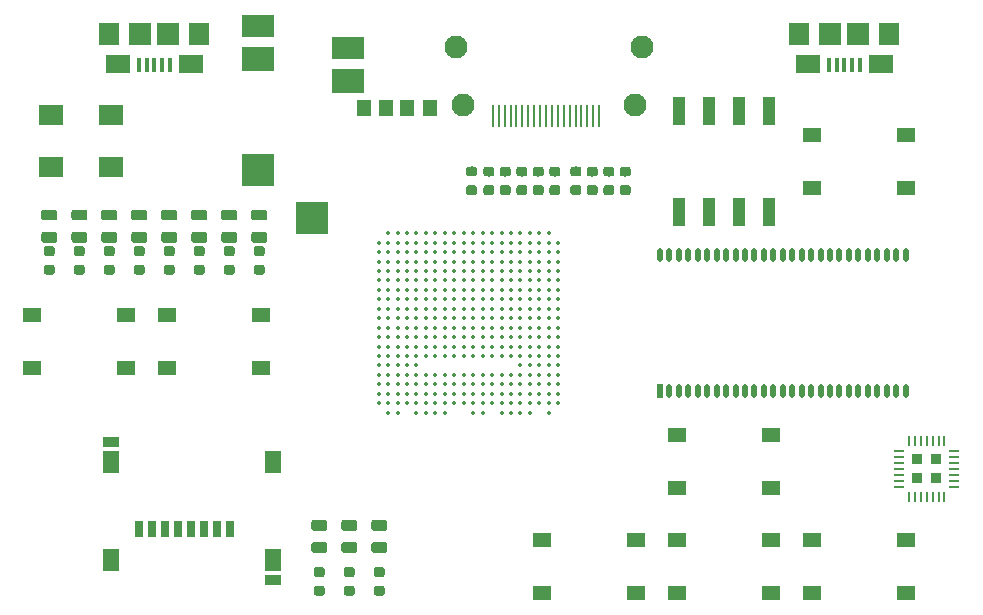
<source format=gtp>
G04 #@! TF.GenerationSoftware,KiCad,Pcbnew,5.0.0+dfsg1-2*
G04 #@! TF.CreationDate,2018-09-17T14:53:11+02:00*
G04 #@! TF.ProjectId,ulx3s,756C7833732E6B696361645F70636200,rev?*
G04 #@! TF.SameCoordinates,Original*
G04 #@! TF.FileFunction,Paste,Top*
G04 #@! TF.FilePolarity,Positive*
%FSLAX46Y46*%
G04 Gerber Fmt 4.6, Leading zero omitted, Abs format (unit mm)*
G04 Created by KiCad (PCBNEW 5.0.0+dfsg1-2) date Mon Sep 17 14:53:11 2018*
%MOMM*%
%LPD*%
G01*
G04 APERTURE LIST*
%ADD10O,0.510000X1.150000*%
%ADD11R,0.510000X1.150000*%
%ADD12C,0.350000*%
%ADD13R,0.925000X0.925000*%
%ADD14O,0.250000X0.900000*%
%ADD15O,0.900000X0.250000*%
%ADD16R,0.900000X0.250000*%
%ADD17C,0.100000*%
%ADD18C,0.825000*%
%ADD19C,0.925000*%
%ADD20R,1.070000X2.390000*%
%ADD21R,1.750000X1.850000*%
%ADD22R,0.350000X1.300000*%
%ADD23R,1.850000X1.850000*%
%ADD24R,2.050000X1.550000*%
%ADD25R,2.750000X1.950000*%
%ADD26R,2.750000X2.150000*%
%ADD27R,2.750000X2.750000*%
%ADD28R,0.250000X1.850000*%
%ADD29C,1.950000*%
%ADD30R,0.650000X1.450000*%
%ADD31R,1.400000X0.850000*%
%ADD32R,1.400000X1.950000*%
%ADD33R,2.150000X1.750000*%
%ADD34R,1.245000X1.350000*%
%ADD35R,1.500000X1.250000*%
G04 APERTURE END LIST*
D10*
G04 #@! TO.C,U2*
X175493000Y-82070000D03*
D11*
X154693000Y-93530000D03*
D10*
X155493000Y-93530000D03*
X156293000Y-93530000D03*
X157093000Y-93530000D03*
X157893000Y-93530000D03*
X158693000Y-93530000D03*
X159493000Y-93530000D03*
X160293000Y-93530000D03*
X161093000Y-93530000D03*
X161893000Y-93530000D03*
X162693000Y-93530000D03*
X163493000Y-93530000D03*
X164293000Y-93530000D03*
X165093000Y-93530000D03*
X165893000Y-93530000D03*
X166693000Y-93530000D03*
X167493000Y-93530000D03*
X168293000Y-93530000D03*
X169093000Y-93530000D03*
X169893000Y-93530000D03*
X170693000Y-93530000D03*
X171493000Y-93530000D03*
X172293000Y-93530000D03*
X173093000Y-93530000D03*
X173893000Y-93530000D03*
X174693000Y-93530000D03*
X175493000Y-93530000D03*
X174693000Y-82070000D03*
X173893000Y-82070000D03*
X173093000Y-82070000D03*
X172293000Y-82070000D03*
X171493000Y-82070000D03*
X170693000Y-82070000D03*
X169893000Y-82070000D03*
X169093000Y-82070000D03*
X168293000Y-82070000D03*
X167493000Y-82070000D03*
X166693000Y-82070000D03*
X165893000Y-82070000D03*
X165093000Y-82070000D03*
X164293000Y-82070000D03*
X163493000Y-82070000D03*
X162693000Y-82070000D03*
X161893000Y-82070000D03*
X161093000Y-82070000D03*
X160293000Y-82070000D03*
X159493000Y-82070000D03*
X158693000Y-82070000D03*
X157893000Y-82070000D03*
X157093000Y-82070000D03*
X156293000Y-82070000D03*
X155493000Y-82070000D03*
X154693000Y-82070000D03*
G04 #@! TD*
D12*
G04 #@! TO.C,U1*
X145280000Y-95400000D03*
X143680000Y-95400000D03*
X142880000Y-95400000D03*
X142080000Y-95400000D03*
X141280000Y-95400000D03*
X139680000Y-95400000D03*
X138880000Y-95400000D03*
X136480000Y-95400000D03*
X135680000Y-95400000D03*
X134880000Y-95400000D03*
X134080000Y-95400000D03*
X132480000Y-95400000D03*
X131680000Y-95400000D03*
X146080000Y-94600000D03*
X145280000Y-94600000D03*
X144480000Y-94600000D03*
X143680000Y-94600000D03*
X142880000Y-94600000D03*
X142080000Y-94600000D03*
X141280000Y-94600000D03*
X140480000Y-94600000D03*
X139680000Y-94600000D03*
X138880000Y-94600000D03*
X138080000Y-94600000D03*
X137280000Y-94600000D03*
X136480000Y-94600000D03*
X135680000Y-94600000D03*
X134880000Y-94600000D03*
X134080000Y-94600000D03*
X133280000Y-94600000D03*
X132480000Y-94600000D03*
X131680000Y-94600000D03*
X130880000Y-94600000D03*
X146080000Y-93800000D03*
X145280000Y-93800000D03*
X144480000Y-93800000D03*
X143680000Y-93800000D03*
X142880000Y-93800000D03*
X142080000Y-93800000D03*
X141280000Y-93800000D03*
X140480000Y-93800000D03*
X139680000Y-93800000D03*
X138880000Y-93800000D03*
X138080000Y-93800000D03*
X137280000Y-93800000D03*
X136480000Y-93800000D03*
X135680000Y-93800000D03*
X134880000Y-93800000D03*
X134080000Y-93800000D03*
X133280000Y-93800000D03*
X132480000Y-93800000D03*
X131680000Y-93800000D03*
X130880000Y-93800000D03*
X146080000Y-93000000D03*
X145280000Y-93000000D03*
X144480000Y-93000000D03*
X143680000Y-93000000D03*
X142880000Y-93000000D03*
X142080000Y-93000000D03*
X141280000Y-93000000D03*
X140480000Y-93000000D03*
X139680000Y-93000000D03*
X138880000Y-93000000D03*
X138080000Y-93000000D03*
X137280000Y-93000000D03*
X136480000Y-93000000D03*
X135680000Y-93000000D03*
X134880000Y-93000000D03*
X134080000Y-93000000D03*
X133280000Y-93000000D03*
X132480000Y-93000000D03*
X131680000Y-93000000D03*
X130880000Y-93000000D03*
X146080000Y-92200000D03*
X145280000Y-92200000D03*
X144480000Y-92200000D03*
X143680000Y-92200000D03*
X142880000Y-92200000D03*
X142080000Y-92200000D03*
X141280000Y-92200000D03*
X140480000Y-92200000D03*
X139680000Y-92200000D03*
X138880000Y-92200000D03*
X138080000Y-92200000D03*
X137280000Y-92200000D03*
X136480000Y-92200000D03*
X135680000Y-92200000D03*
X134880000Y-92200000D03*
X134080000Y-92200000D03*
X133280000Y-92200000D03*
X132480000Y-92200000D03*
X131680000Y-92200000D03*
X130880000Y-92200000D03*
X146080000Y-91400000D03*
X145280000Y-91400000D03*
X144480000Y-91400000D03*
X143680000Y-91400000D03*
X142880000Y-91400000D03*
X134080000Y-91400000D03*
X133280000Y-91400000D03*
X132480000Y-91400000D03*
X131680000Y-91400000D03*
X130880000Y-91400000D03*
X146080000Y-90600000D03*
X145280000Y-90600000D03*
X144480000Y-90600000D03*
X143680000Y-90600000D03*
X142880000Y-90600000D03*
X142080000Y-90600000D03*
X141280000Y-90600000D03*
X140480000Y-90600000D03*
X139680000Y-90600000D03*
X138880000Y-90600000D03*
X138080000Y-90600000D03*
X137280000Y-90600000D03*
X136480000Y-90600000D03*
X135680000Y-90600000D03*
X134880000Y-90600000D03*
X134080000Y-90600000D03*
X133280000Y-90600000D03*
X132480000Y-90600000D03*
X131680000Y-90600000D03*
X130880000Y-90600000D03*
X146080000Y-89800000D03*
X145280000Y-89800000D03*
X144480000Y-89800000D03*
X143680000Y-89800000D03*
X142880000Y-89800000D03*
X142080000Y-89800000D03*
X141280000Y-89800000D03*
X140480000Y-89800000D03*
X139680000Y-89800000D03*
X138880000Y-89800000D03*
X138080000Y-89800000D03*
X137280000Y-89800000D03*
X136480000Y-89800000D03*
X135680000Y-89800000D03*
X134880000Y-89800000D03*
X134080000Y-89800000D03*
X133280000Y-89800000D03*
X132480000Y-89800000D03*
X131680000Y-89800000D03*
X130880000Y-89800000D03*
X146080000Y-89000000D03*
X145280000Y-89000000D03*
X144480000Y-89000000D03*
X143680000Y-89000000D03*
X142880000Y-89000000D03*
X142080000Y-89000000D03*
X141280000Y-89000000D03*
X140480000Y-89000000D03*
X139680000Y-89000000D03*
X138880000Y-89000000D03*
X138080000Y-89000000D03*
X137280000Y-89000000D03*
X136480000Y-89000000D03*
X135680000Y-89000000D03*
X134880000Y-89000000D03*
X134080000Y-89000000D03*
X133280000Y-89000000D03*
X132480000Y-89000000D03*
X131680000Y-89000000D03*
X130880000Y-89000000D03*
X146080000Y-88200000D03*
X145280000Y-88200000D03*
X144480000Y-88200000D03*
X143680000Y-88200000D03*
X142880000Y-88200000D03*
X142080000Y-88200000D03*
X141280000Y-88200000D03*
X140480000Y-88200000D03*
X139680000Y-88200000D03*
X138880000Y-88200000D03*
X138080000Y-88200000D03*
X137280000Y-88200000D03*
X136480000Y-88200000D03*
X135680000Y-88200000D03*
X134880000Y-88200000D03*
X134080000Y-88200000D03*
X133280000Y-88200000D03*
X132480000Y-88200000D03*
X131680000Y-88200000D03*
X130880000Y-88200000D03*
X146080000Y-87400000D03*
X145280000Y-87400000D03*
X144480000Y-87400000D03*
X143680000Y-87400000D03*
X142880000Y-87400000D03*
X142080000Y-87400000D03*
X141280000Y-87400000D03*
X140480000Y-87400000D03*
X139680000Y-87400000D03*
X138880000Y-87400000D03*
X138080000Y-87400000D03*
X137280000Y-87400000D03*
X136480000Y-87400000D03*
X135680000Y-87400000D03*
X134880000Y-87400000D03*
X134080000Y-87400000D03*
X133280000Y-87400000D03*
X132480000Y-87400000D03*
X131680000Y-87400000D03*
X130880000Y-87400000D03*
X146080000Y-86600000D03*
X145280000Y-86600000D03*
X144480000Y-86600000D03*
X143680000Y-86600000D03*
X142880000Y-86600000D03*
X142080000Y-86600000D03*
X141280000Y-86600000D03*
X140480000Y-86600000D03*
X139680000Y-86600000D03*
X138880000Y-86600000D03*
X138080000Y-86600000D03*
X137280000Y-86600000D03*
X136480000Y-86600000D03*
X135680000Y-86600000D03*
X134880000Y-86600000D03*
X134080000Y-86600000D03*
X133280000Y-86600000D03*
X132480000Y-86600000D03*
X131680000Y-86600000D03*
X130880000Y-86600000D03*
X146080000Y-85800000D03*
X145280000Y-85800000D03*
X144480000Y-85800000D03*
X143680000Y-85800000D03*
X142880000Y-85800000D03*
X142080000Y-85800000D03*
X141280000Y-85800000D03*
X140480000Y-85800000D03*
X139680000Y-85800000D03*
X138880000Y-85800000D03*
X138080000Y-85800000D03*
X137280000Y-85800000D03*
X136480000Y-85800000D03*
X135680000Y-85800000D03*
X134880000Y-85800000D03*
X134080000Y-85800000D03*
X133280000Y-85800000D03*
X132480000Y-85800000D03*
X131680000Y-85800000D03*
X130880000Y-85800000D03*
X146080000Y-85000000D03*
X145280000Y-85000000D03*
X144480000Y-85000000D03*
X143680000Y-85000000D03*
X142880000Y-85000000D03*
X142080000Y-85000000D03*
X141280000Y-85000000D03*
X140480000Y-85000000D03*
X139680000Y-85000000D03*
X138880000Y-85000000D03*
X138080000Y-85000000D03*
X137280000Y-85000000D03*
X136480000Y-85000000D03*
X135680000Y-85000000D03*
X134880000Y-85000000D03*
X134080000Y-85000000D03*
X133280000Y-85000000D03*
X132480000Y-85000000D03*
X131680000Y-85000000D03*
X130880000Y-85000000D03*
X146080000Y-84200000D03*
X145280000Y-84200000D03*
X144480000Y-84200000D03*
X143680000Y-84200000D03*
X142880000Y-84200000D03*
X142080000Y-84200000D03*
X141280000Y-84200000D03*
X140480000Y-84200000D03*
X139680000Y-84200000D03*
X138880000Y-84200000D03*
X138080000Y-84200000D03*
X137280000Y-84200000D03*
X136480000Y-84200000D03*
X135680000Y-84200000D03*
X134880000Y-84200000D03*
X134080000Y-84200000D03*
X133280000Y-84200000D03*
X132480000Y-84200000D03*
X131680000Y-84200000D03*
X130880000Y-84200000D03*
X146080000Y-83400000D03*
X145280000Y-83400000D03*
X144480000Y-83400000D03*
X143680000Y-83400000D03*
X142880000Y-83400000D03*
X142080000Y-83400000D03*
X141280000Y-83400000D03*
X140480000Y-83400000D03*
X139680000Y-83400000D03*
X138880000Y-83400000D03*
X138080000Y-83400000D03*
X137280000Y-83400000D03*
X136480000Y-83400000D03*
X135680000Y-83400000D03*
X134880000Y-83400000D03*
X134080000Y-83400000D03*
X133280000Y-83400000D03*
X132480000Y-83400000D03*
X131680000Y-83400000D03*
X130880000Y-83400000D03*
X146080000Y-82600000D03*
X145280000Y-82600000D03*
X144480000Y-82600000D03*
X143680000Y-82600000D03*
X142880000Y-82600000D03*
X142080000Y-82600000D03*
X141280000Y-82600000D03*
X140480000Y-82600000D03*
X139680000Y-82600000D03*
X138880000Y-82600000D03*
X138080000Y-82600000D03*
X137280000Y-82600000D03*
X136480000Y-82600000D03*
X135680000Y-82600000D03*
X134880000Y-82600000D03*
X134080000Y-82600000D03*
X133280000Y-82600000D03*
X132480000Y-82600000D03*
X131680000Y-82600000D03*
X130880000Y-82600000D03*
X146080000Y-81800000D03*
X145280000Y-81800000D03*
X144480000Y-81800000D03*
X143680000Y-81800000D03*
X142880000Y-81800000D03*
X142080000Y-81800000D03*
X141280000Y-81800000D03*
X140480000Y-81800000D03*
X139680000Y-81800000D03*
X138880000Y-81800000D03*
X138080000Y-81800000D03*
X137280000Y-81800000D03*
X136480000Y-81800000D03*
X135680000Y-81800000D03*
X134880000Y-81800000D03*
X134080000Y-81800000D03*
X133280000Y-81800000D03*
X132480000Y-81800000D03*
X131680000Y-81800000D03*
X130880000Y-81800000D03*
X146080000Y-81000000D03*
X145280000Y-81000000D03*
X144480000Y-81000000D03*
X143680000Y-81000000D03*
X142880000Y-81000000D03*
X142080000Y-81000000D03*
X141280000Y-81000000D03*
X140480000Y-81000000D03*
X139680000Y-81000000D03*
X138880000Y-81000000D03*
X138080000Y-81000000D03*
X137280000Y-81000000D03*
X136480000Y-81000000D03*
X135680000Y-81000000D03*
X134880000Y-81000000D03*
X134080000Y-81000000D03*
X133280000Y-81000000D03*
X132480000Y-81000000D03*
X131680000Y-81000000D03*
X130880000Y-81000000D03*
X145280000Y-80200000D03*
X144480000Y-80200000D03*
X143680000Y-80200000D03*
X142880000Y-80200000D03*
X142080000Y-80200000D03*
X141280000Y-80200000D03*
X140480000Y-80200000D03*
X139680000Y-80200000D03*
X138880000Y-80200000D03*
X138080000Y-80200000D03*
X137280000Y-80200000D03*
X136480000Y-80200000D03*
X135680000Y-80200000D03*
X134880000Y-80200000D03*
X134080000Y-80200000D03*
X133280000Y-80200000D03*
X132480000Y-80200000D03*
X131680000Y-80200000D03*
G04 #@! TD*
D13*
G04 #@! TO.C,U8*
X178097500Y-100967500D03*
X178097500Y-99342500D03*
X176472500Y-100967500D03*
X176472500Y-99342500D03*
D14*
X178785000Y-102495000D03*
X178285000Y-102495000D03*
X177785000Y-102495000D03*
X177285000Y-102495000D03*
X176785000Y-102495000D03*
X176285000Y-102495000D03*
X175785000Y-102495000D03*
D15*
X174945000Y-101655000D03*
X174945000Y-101155000D03*
X174945000Y-100655000D03*
X174945000Y-100155000D03*
X174945000Y-99655000D03*
X174945000Y-99155000D03*
X174945000Y-98655000D03*
D14*
X175785000Y-97815000D03*
X176285000Y-97815000D03*
X176785000Y-97815000D03*
X177285000Y-97815000D03*
X177785000Y-97815000D03*
X178285000Y-97815000D03*
X178785000Y-97815000D03*
D15*
X179625000Y-98655000D03*
X179625000Y-99155000D03*
X179625000Y-99655000D03*
X179625000Y-100155000D03*
X179625000Y-100655000D03*
X179625000Y-101155000D03*
D16*
X179625000Y-101655000D03*
G04 #@! TD*
D17*
G04 #@! TO.C,C37*
G36*
X152021966Y-74571993D02*
X152041987Y-74574963D01*
X152061621Y-74579881D01*
X152080678Y-74586700D01*
X152098976Y-74595354D01*
X152116336Y-74605759D01*
X152132594Y-74617817D01*
X152147591Y-74631409D01*
X152161183Y-74646406D01*
X152173241Y-74662664D01*
X152183646Y-74680024D01*
X152192300Y-74698322D01*
X152199119Y-74717379D01*
X152204037Y-74737013D01*
X152207007Y-74757034D01*
X152208000Y-74777250D01*
X152208000Y-75189750D01*
X152207007Y-75209966D01*
X152204037Y-75229987D01*
X152199119Y-75249621D01*
X152192300Y-75268678D01*
X152183646Y-75286976D01*
X152173241Y-75304336D01*
X152161183Y-75320594D01*
X152147591Y-75335591D01*
X152132594Y-75349183D01*
X152116336Y-75361241D01*
X152098976Y-75371646D01*
X152080678Y-75380300D01*
X152061621Y-75387119D01*
X152041987Y-75392037D01*
X152021966Y-75395007D01*
X152001750Y-75396000D01*
X151514250Y-75396000D01*
X151494034Y-75395007D01*
X151474013Y-75392037D01*
X151454379Y-75387119D01*
X151435322Y-75380300D01*
X151417024Y-75371646D01*
X151399664Y-75361241D01*
X151383406Y-75349183D01*
X151368409Y-75335591D01*
X151354817Y-75320594D01*
X151342759Y-75304336D01*
X151332354Y-75286976D01*
X151323700Y-75268678D01*
X151316881Y-75249621D01*
X151311963Y-75229987D01*
X151308993Y-75209966D01*
X151308000Y-75189750D01*
X151308000Y-74777250D01*
X151308993Y-74757034D01*
X151311963Y-74737013D01*
X151316881Y-74717379D01*
X151323700Y-74698322D01*
X151332354Y-74680024D01*
X151342759Y-74662664D01*
X151354817Y-74646406D01*
X151368409Y-74631409D01*
X151383406Y-74617817D01*
X151399664Y-74605759D01*
X151417024Y-74595354D01*
X151435322Y-74586700D01*
X151454379Y-74579881D01*
X151474013Y-74574963D01*
X151494034Y-74571993D01*
X151514250Y-74571000D01*
X152001750Y-74571000D01*
X152021966Y-74571993D01*
X152021966Y-74571993D01*
G37*
D18*
X151758000Y-74983500D03*
D17*
G36*
X152021966Y-76146993D02*
X152041987Y-76149963D01*
X152061621Y-76154881D01*
X152080678Y-76161700D01*
X152098976Y-76170354D01*
X152116336Y-76180759D01*
X152132594Y-76192817D01*
X152147591Y-76206409D01*
X152161183Y-76221406D01*
X152173241Y-76237664D01*
X152183646Y-76255024D01*
X152192300Y-76273322D01*
X152199119Y-76292379D01*
X152204037Y-76312013D01*
X152207007Y-76332034D01*
X152208000Y-76352250D01*
X152208000Y-76764750D01*
X152207007Y-76784966D01*
X152204037Y-76804987D01*
X152199119Y-76824621D01*
X152192300Y-76843678D01*
X152183646Y-76861976D01*
X152173241Y-76879336D01*
X152161183Y-76895594D01*
X152147591Y-76910591D01*
X152132594Y-76924183D01*
X152116336Y-76936241D01*
X152098976Y-76946646D01*
X152080678Y-76955300D01*
X152061621Y-76962119D01*
X152041987Y-76967037D01*
X152021966Y-76970007D01*
X152001750Y-76971000D01*
X151514250Y-76971000D01*
X151494034Y-76970007D01*
X151474013Y-76967037D01*
X151454379Y-76962119D01*
X151435322Y-76955300D01*
X151417024Y-76946646D01*
X151399664Y-76936241D01*
X151383406Y-76924183D01*
X151368409Y-76910591D01*
X151354817Y-76895594D01*
X151342759Y-76879336D01*
X151332354Y-76861976D01*
X151323700Y-76843678D01*
X151316881Y-76824621D01*
X151311963Y-76804987D01*
X151308993Y-76784966D01*
X151308000Y-76764750D01*
X151308000Y-76352250D01*
X151308993Y-76332034D01*
X151311963Y-76312013D01*
X151316881Y-76292379D01*
X151323700Y-76273322D01*
X151332354Y-76255024D01*
X151342759Y-76237664D01*
X151354817Y-76221406D01*
X151368409Y-76206409D01*
X151383406Y-76192817D01*
X151399664Y-76180759D01*
X151417024Y-76170354D01*
X151435322Y-76161700D01*
X151454379Y-76154881D01*
X151474013Y-76149963D01*
X151494034Y-76146993D01*
X151514250Y-76146000D01*
X152001750Y-76146000D01*
X152021966Y-76146993D01*
X152021966Y-76146993D01*
G37*
D18*
X151758000Y-76558500D03*
G04 #@! TD*
D17*
G04 #@! TO.C,C36*
G36*
X150624966Y-74571993D02*
X150644987Y-74574963D01*
X150664621Y-74579881D01*
X150683678Y-74586700D01*
X150701976Y-74595354D01*
X150719336Y-74605759D01*
X150735594Y-74617817D01*
X150750591Y-74631409D01*
X150764183Y-74646406D01*
X150776241Y-74662664D01*
X150786646Y-74680024D01*
X150795300Y-74698322D01*
X150802119Y-74717379D01*
X150807037Y-74737013D01*
X150810007Y-74757034D01*
X150811000Y-74777250D01*
X150811000Y-75189750D01*
X150810007Y-75209966D01*
X150807037Y-75229987D01*
X150802119Y-75249621D01*
X150795300Y-75268678D01*
X150786646Y-75286976D01*
X150776241Y-75304336D01*
X150764183Y-75320594D01*
X150750591Y-75335591D01*
X150735594Y-75349183D01*
X150719336Y-75361241D01*
X150701976Y-75371646D01*
X150683678Y-75380300D01*
X150664621Y-75387119D01*
X150644987Y-75392037D01*
X150624966Y-75395007D01*
X150604750Y-75396000D01*
X150117250Y-75396000D01*
X150097034Y-75395007D01*
X150077013Y-75392037D01*
X150057379Y-75387119D01*
X150038322Y-75380300D01*
X150020024Y-75371646D01*
X150002664Y-75361241D01*
X149986406Y-75349183D01*
X149971409Y-75335591D01*
X149957817Y-75320594D01*
X149945759Y-75304336D01*
X149935354Y-75286976D01*
X149926700Y-75268678D01*
X149919881Y-75249621D01*
X149914963Y-75229987D01*
X149911993Y-75209966D01*
X149911000Y-75189750D01*
X149911000Y-74777250D01*
X149911993Y-74757034D01*
X149914963Y-74737013D01*
X149919881Y-74717379D01*
X149926700Y-74698322D01*
X149935354Y-74680024D01*
X149945759Y-74662664D01*
X149957817Y-74646406D01*
X149971409Y-74631409D01*
X149986406Y-74617817D01*
X150002664Y-74605759D01*
X150020024Y-74595354D01*
X150038322Y-74586700D01*
X150057379Y-74579881D01*
X150077013Y-74574963D01*
X150097034Y-74571993D01*
X150117250Y-74571000D01*
X150604750Y-74571000D01*
X150624966Y-74571993D01*
X150624966Y-74571993D01*
G37*
D18*
X150361000Y-74983500D03*
D17*
G36*
X150624966Y-76146993D02*
X150644987Y-76149963D01*
X150664621Y-76154881D01*
X150683678Y-76161700D01*
X150701976Y-76170354D01*
X150719336Y-76180759D01*
X150735594Y-76192817D01*
X150750591Y-76206409D01*
X150764183Y-76221406D01*
X150776241Y-76237664D01*
X150786646Y-76255024D01*
X150795300Y-76273322D01*
X150802119Y-76292379D01*
X150807037Y-76312013D01*
X150810007Y-76332034D01*
X150811000Y-76352250D01*
X150811000Y-76764750D01*
X150810007Y-76784966D01*
X150807037Y-76804987D01*
X150802119Y-76824621D01*
X150795300Y-76843678D01*
X150786646Y-76861976D01*
X150776241Y-76879336D01*
X150764183Y-76895594D01*
X150750591Y-76910591D01*
X150735594Y-76924183D01*
X150719336Y-76936241D01*
X150701976Y-76946646D01*
X150683678Y-76955300D01*
X150664621Y-76962119D01*
X150644987Y-76967037D01*
X150624966Y-76970007D01*
X150604750Y-76971000D01*
X150117250Y-76971000D01*
X150097034Y-76970007D01*
X150077013Y-76967037D01*
X150057379Y-76962119D01*
X150038322Y-76955300D01*
X150020024Y-76946646D01*
X150002664Y-76936241D01*
X149986406Y-76924183D01*
X149971409Y-76910591D01*
X149957817Y-76895594D01*
X149945759Y-76879336D01*
X149935354Y-76861976D01*
X149926700Y-76843678D01*
X149919881Y-76824621D01*
X149914963Y-76804987D01*
X149911993Y-76784966D01*
X149911000Y-76764750D01*
X149911000Y-76352250D01*
X149911993Y-76332034D01*
X149914963Y-76312013D01*
X149919881Y-76292379D01*
X149926700Y-76273322D01*
X149935354Y-76255024D01*
X149945759Y-76237664D01*
X149957817Y-76221406D01*
X149971409Y-76206409D01*
X149986406Y-76192817D01*
X150002664Y-76180759D01*
X150020024Y-76170354D01*
X150038322Y-76161700D01*
X150057379Y-76154881D01*
X150077013Y-76149963D01*
X150097034Y-76146993D01*
X150117250Y-76146000D01*
X150604750Y-76146000D01*
X150624966Y-76146993D01*
X150624966Y-76146993D01*
G37*
D18*
X150361000Y-76558500D03*
G04 #@! TD*
D17*
G04 #@! TO.C,C41*
G36*
X149227966Y-74571993D02*
X149247987Y-74574963D01*
X149267621Y-74579881D01*
X149286678Y-74586700D01*
X149304976Y-74595354D01*
X149322336Y-74605759D01*
X149338594Y-74617817D01*
X149353591Y-74631409D01*
X149367183Y-74646406D01*
X149379241Y-74662664D01*
X149389646Y-74680024D01*
X149398300Y-74698322D01*
X149405119Y-74717379D01*
X149410037Y-74737013D01*
X149413007Y-74757034D01*
X149414000Y-74777250D01*
X149414000Y-75189750D01*
X149413007Y-75209966D01*
X149410037Y-75229987D01*
X149405119Y-75249621D01*
X149398300Y-75268678D01*
X149389646Y-75286976D01*
X149379241Y-75304336D01*
X149367183Y-75320594D01*
X149353591Y-75335591D01*
X149338594Y-75349183D01*
X149322336Y-75361241D01*
X149304976Y-75371646D01*
X149286678Y-75380300D01*
X149267621Y-75387119D01*
X149247987Y-75392037D01*
X149227966Y-75395007D01*
X149207750Y-75396000D01*
X148720250Y-75396000D01*
X148700034Y-75395007D01*
X148680013Y-75392037D01*
X148660379Y-75387119D01*
X148641322Y-75380300D01*
X148623024Y-75371646D01*
X148605664Y-75361241D01*
X148589406Y-75349183D01*
X148574409Y-75335591D01*
X148560817Y-75320594D01*
X148548759Y-75304336D01*
X148538354Y-75286976D01*
X148529700Y-75268678D01*
X148522881Y-75249621D01*
X148517963Y-75229987D01*
X148514993Y-75209966D01*
X148514000Y-75189750D01*
X148514000Y-74777250D01*
X148514993Y-74757034D01*
X148517963Y-74737013D01*
X148522881Y-74717379D01*
X148529700Y-74698322D01*
X148538354Y-74680024D01*
X148548759Y-74662664D01*
X148560817Y-74646406D01*
X148574409Y-74631409D01*
X148589406Y-74617817D01*
X148605664Y-74605759D01*
X148623024Y-74595354D01*
X148641322Y-74586700D01*
X148660379Y-74579881D01*
X148680013Y-74574963D01*
X148700034Y-74571993D01*
X148720250Y-74571000D01*
X149207750Y-74571000D01*
X149227966Y-74571993D01*
X149227966Y-74571993D01*
G37*
D18*
X148964000Y-74983500D03*
D17*
G36*
X149227966Y-76146993D02*
X149247987Y-76149963D01*
X149267621Y-76154881D01*
X149286678Y-76161700D01*
X149304976Y-76170354D01*
X149322336Y-76180759D01*
X149338594Y-76192817D01*
X149353591Y-76206409D01*
X149367183Y-76221406D01*
X149379241Y-76237664D01*
X149389646Y-76255024D01*
X149398300Y-76273322D01*
X149405119Y-76292379D01*
X149410037Y-76312013D01*
X149413007Y-76332034D01*
X149414000Y-76352250D01*
X149414000Y-76764750D01*
X149413007Y-76784966D01*
X149410037Y-76804987D01*
X149405119Y-76824621D01*
X149398300Y-76843678D01*
X149389646Y-76861976D01*
X149379241Y-76879336D01*
X149367183Y-76895594D01*
X149353591Y-76910591D01*
X149338594Y-76924183D01*
X149322336Y-76936241D01*
X149304976Y-76946646D01*
X149286678Y-76955300D01*
X149267621Y-76962119D01*
X149247987Y-76967037D01*
X149227966Y-76970007D01*
X149207750Y-76971000D01*
X148720250Y-76971000D01*
X148700034Y-76970007D01*
X148680013Y-76967037D01*
X148660379Y-76962119D01*
X148641322Y-76955300D01*
X148623024Y-76946646D01*
X148605664Y-76936241D01*
X148589406Y-76924183D01*
X148574409Y-76910591D01*
X148560817Y-76895594D01*
X148548759Y-76879336D01*
X148538354Y-76861976D01*
X148529700Y-76843678D01*
X148522881Y-76824621D01*
X148517963Y-76804987D01*
X148514993Y-76784966D01*
X148514000Y-76764750D01*
X148514000Y-76352250D01*
X148514993Y-76332034D01*
X148517963Y-76312013D01*
X148522881Y-76292379D01*
X148529700Y-76273322D01*
X148538354Y-76255024D01*
X148548759Y-76237664D01*
X148560817Y-76221406D01*
X148574409Y-76206409D01*
X148589406Y-76192817D01*
X148605664Y-76180759D01*
X148623024Y-76170354D01*
X148641322Y-76161700D01*
X148660379Y-76154881D01*
X148680013Y-76149963D01*
X148700034Y-76146993D01*
X148720250Y-76146000D01*
X149207750Y-76146000D01*
X149227966Y-76146993D01*
X149227966Y-76146993D01*
G37*
D18*
X148964000Y-76558500D03*
G04 #@! TD*
D17*
G04 #@! TO.C,C45*
G36*
X147830966Y-74559993D02*
X147850987Y-74562963D01*
X147870621Y-74567881D01*
X147889678Y-74574700D01*
X147907976Y-74583354D01*
X147925336Y-74593759D01*
X147941594Y-74605817D01*
X147956591Y-74619409D01*
X147970183Y-74634406D01*
X147982241Y-74650664D01*
X147992646Y-74668024D01*
X148001300Y-74686322D01*
X148008119Y-74705379D01*
X148013037Y-74725013D01*
X148016007Y-74745034D01*
X148017000Y-74765250D01*
X148017000Y-75177750D01*
X148016007Y-75197966D01*
X148013037Y-75217987D01*
X148008119Y-75237621D01*
X148001300Y-75256678D01*
X147992646Y-75274976D01*
X147982241Y-75292336D01*
X147970183Y-75308594D01*
X147956591Y-75323591D01*
X147941594Y-75337183D01*
X147925336Y-75349241D01*
X147907976Y-75359646D01*
X147889678Y-75368300D01*
X147870621Y-75375119D01*
X147850987Y-75380037D01*
X147830966Y-75383007D01*
X147810750Y-75384000D01*
X147323250Y-75384000D01*
X147303034Y-75383007D01*
X147283013Y-75380037D01*
X147263379Y-75375119D01*
X147244322Y-75368300D01*
X147226024Y-75359646D01*
X147208664Y-75349241D01*
X147192406Y-75337183D01*
X147177409Y-75323591D01*
X147163817Y-75308594D01*
X147151759Y-75292336D01*
X147141354Y-75274976D01*
X147132700Y-75256678D01*
X147125881Y-75237621D01*
X147120963Y-75217987D01*
X147117993Y-75197966D01*
X147117000Y-75177750D01*
X147117000Y-74765250D01*
X147117993Y-74745034D01*
X147120963Y-74725013D01*
X147125881Y-74705379D01*
X147132700Y-74686322D01*
X147141354Y-74668024D01*
X147151759Y-74650664D01*
X147163817Y-74634406D01*
X147177409Y-74619409D01*
X147192406Y-74605817D01*
X147208664Y-74593759D01*
X147226024Y-74583354D01*
X147244322Y-74574700D01*
X147263379Y-74567881D01*
X147283013Y-74562963D01*
X147303034Y-74559993D01*
X147323250Y-74559000D01*
X147810750Y-74559000D01*
X147830966Y-74559993D01*
X147830966Y-74559993D01*
G37*
D18*
X147567000Y-74971500D03*
D17*
G36*
X147830966Y-76134993D02*
X147850987Y-76137963D01*
X147870621Y-76142881D01*
X147889678Y-76149700D01*
X147907976Y-76158354D01*
X147925336Y-76168759D01*
X147941594Y-76180817D01*
X147956591Y-76194409D01*
X147970183Y-76209406D01*
X147982241Y-76225664D01*
X147992646Y-76243024D01*
X148001300Y-76261322D01*
X148008119Y-76280379D01*
X148013037Y-76300013D01*
X148016007Y-76320034D01*
X148017000Y-76340250D01*
X148017000Y-76752750D01*
X148016007Y-76772966D01*
X148013037Y-76792987D01*
X148008119Y-76812621D01*
X148001300Y-76831678D01*
X147992646Y-76849976D01*
X147982241Y-76867336D01*
X147970183Y-76883594D01*
X147956591Y-76898591D01*
X147941594Y-76912183D01*
X147925336Y-76924241D01*
X147907976Y-76934646D01*
X147889678Y-76943300D01*
X147870621Y-76950119D01*
X147850987Y-76955037D01*
X147830966Y-76958007D01*
X147810750Y-76959000D01*
X147323250Y-76959000D01*
X147303034Y-76958007D01*
X147283013Y-76955037D01*
X147263379Y-76950119D01*
X147244322Y-76943300D01*
X147226024Y-76934646D01*
X147208664Y-76924241D01*
X147192406Y-76912183D01*
X147177409Y-76898591D01*
X147163817Y-76883594D01*
X147151759Y-76867336D01*
X147141354Y-76849976D01*
X147132700Y-76831678D01*
X147125881Y-76812621D01*
X147120963Y-76792987D01*
X147117993Y-76772966D01*
X147117000Y-76752750D01*
X147117000Y-76340250D01*
X147117993Y-76320034D01*
X147120963Y-76300013D01*
X147125881Y-76280379D01*
X147132700Y-76261322D01*
X147141354Y-76243024D01*
X147151759Y-76225664D01*
X147163817Y-76209406D01*
X147177409Y-76194409D01*
X147192406Y-76180817D01*
X147208664Y-76168759D01*
X147226024Y-76158354D01*
X147244322Y-76149700D01*
X147263379Y-76142881D01*
X147283013Y-76137963D01*
X147303034Y-76134993D01*
X147323250Y-76134000D01*
X147810750Y-76134000D01*
X147830966Y-76134993D01*
X147830966Y-76134993D01*
G37*
D18*
X147567000Y-76546500D03*
G04 #@! TD*
D17*
G04 #@! TO.C,C40*
G36*
X146052966Y-74571993D02*
X146072987Y-74574963D01*
X146092621Y-74579881D01*
X146111678Y-74586700D01*
X146129976Y-74595354D01*
X146147336Y-74605759D01*
X146163594Y-74617817D01*
X146178591Y-74631409D01*
X146192183Y-74646406D01*
X146204241Y-74662664D01*
X146214646Y-74680024D01*
X146223300Y-74698322D01*
X146230119Y-74717379D01*
X146235037Y-74737013D01*
X146238007Y-74757034D01*
X146239000Y-74777250D01*
X146239000Y-75189750D01*
X146238007Y-75209966D01*
X146235037Y-75229987D01*
X146230119Y-75249621D01*
X146223300Y-75268678D01*
X146214646Y-75286976D01*
X146204241Y-75304336D01*
X146192183Y-75320594D01*
X146178591Y-75335591D01*
X146163594Y-75349183D01*
X146147336Y-75361241D01*
X146129976Y-75371646D01*
X146111678Y-75380300D01*
X146092621Y-75387119D01*
X146072987Y-75392037D01*
X146052966Y-75395007D01*
X146032750Y-75396000D01*
X145545250Y-75396000D01*
X145525034Y-75395007D01*
X145505013Y-75392037D01*
X145485379Y-75387119D01*
X145466322Y-75380300D01*
X145448024Y-75371646D01*
X145430664Y-75361241D01*
X145414406Y-75349183D01*
X145399409Y-75335591D01*
X145385817Y-75320594D01*
X145373759Y-75304336D01*
X145363354Y-75286976D01*
X145354700Y-75268678D01*
X145347881Y-75249621D01*
X145342963Y-75229987D01*
X145339993Y-75209966D01*
X145339000Y-75189750D01*
X145339000Y-74777250D01*
X145339993Y-74757034D01*
X145342963Y-74737013D01*
X145347881Y-74717379D01*
X145354700Y-74698322D01*
X145363354Y-74680024D01*
X145373759Y-74662664D01*
X145385817Y-74646406D01*
X145399409Y-74631409D01*
X145414406Y-74617817D01*
X145430664Y-74605759D01*
X145448024Y-74595354D01*
X145466322Y-74586700D01*
X145485379Y-74579881D01*
X145505013Y-74574963D01*
X145525034Y-74571993D01*
X145545250Y-74571000D01*
X146032750Y-74571000D01*
X146052966Y-74571993D01*
X146052966Y-74571993D01*
G37*
D18*
X145789000Y-74983500D03*
D17*
G36*
X146052966Y-76146993D02*
X146072987Y-76149963D01*
X146092621Y-76154881D01*
X146111678Y-76161700D01*
X146129976Y-76170354D01*
X146147336Y-76180759D01*
X146163594Y-76192817D01*
X146178591Y-76206409D01*
X146192183Y-76221406D01*
X146204241Y-76237664D01*
X146214646Y-76255024D01*
X146223300Y-76273322D01*
X146230119Y-76292379D01*
X146235037Y-76312013D01*
X146238007Y-76332034D01*
X146239000Y-76352250D01*
X146239000Y-76764750D01*
X146238007Y-76784966D01*
X146235037Y-76804987D01*
X146230119Y-76824621D01*
X146223300Y-76843678D01*
X146214646Y-76861976D01*
X146204241Y-76879336D01*
X146192183Y-76895594D01*
X146178591Y-76910591D01*
X146163594Y-76924183D01*
X146147336Y-76936241D01*
X146129976Y-76946646D01*
X146111678Y-76955300D01*
X146092621Y-76962119D01*
X146072987Y-76967037D01*
X146052966Y-76970007D01*
X146032750Y-76971000D01*
X145545250Y-76971000D01*
X145525034Y-76970007D01*
X145505013Y-76967037D01*
X145485379Y-76962119D01*
X145466322Y-76955300D01*
X145448024Y-76946646D01*
X145430664Y-76936241D01*
X145414406Y-76924183D01*
X145399409Y-76910591D01*
X145385817Y-76895594D01*
X145373759Y-76879336D01*
X145363354Y-76861976D01*
X145354700Y-76843678D01*
X145347881Y-76824621D01*
X145342963Y-76804987D01*
X145339993Y-76784966D01*
X145339000Y-76764750D01*
X145339000Y-76352250D01*
X145339993Y-76332034D01*
X145342963Y-76312013D01*
X145347881Y-76292379D01*
X145354700Y-76273322D01*
X145363354Y-76255024D01*
X145373759Y-76237664D01*
X145385817Y-76221406D01*
X145399409Y-76206409D01*
X145414406Y-76192817D01*
X145430664Y-76180759D01*
X145448024Y-76170354D01*
X145466322Y-76161700D01*
X145485379Y-76154881D01*
X145505013Y-76149963D01*
X145525034Y-76146993D01*
X145545250Y-76146000D01*
X146032750Y-76146000D01*
X146052966Y-76146993D01*
X146052966Y-76146993D01*
G37*
D18*
X145789000Y-76558500D03*
G04 #@! TD*
D17*
G04 #@! TO.C,C44*
G36*
X144655966Y-74571993D02*
X144675987Y-74574963D01*
X144695621Y-74579881D01*
X144714678Y-74586700D01*
X144732976Y-74595354D01*
X144750336Y-74605759D01*
X144766594Y-74617817D01*
X144781591Y-74631409D01*
X144795183Y-74646406D01*
X144807241Y-74662664D01*
X144817646Y-74680024D01*
X144826300Y-74698322D01*
X144833119Y-74717379D01*
X144838037Y-74737013D01*
X144841007Y-74757034D01*
X144842000Y-74777250D01*
X144842000Y-75189750D01*
X144841007Y-75209966D01*
X144838037Y-75229987D01*
X144833119Y-75249621D01*
X144826300Y-75268678D01*
X144817646Y-75286976D01*
X144807241Y-75304336D01*
X144795183Y-75320594D01*
X144781591Y-75335591D01*
X144766594Y-75349183D01*
X144750336Y-75361241D01*
X144732976Y-75371646D01*
X144714678Y-75380300D01*
X144695621Y-75387119D01*
X144675987Y-75392037D01*
X144655966Y-75395007D01*
X144635750Y-75396000D01*
X144148250Y-75396000D01*
X144128034Y-75395007D01*
X144108013Y-75392037D01*
X144088379Y-75387119D01*
X144069322Y-75380300D01*
X144051024Y-75371646D01*
X144033664Y-75361241D01*
X144017406Y-75349183D01*
X144002409Y-75335591D01*
X143988817Y-75320594D01*
X143976759Y-75304336D01*
X143966354Y-75286976D01*
X143957700Y-75268678D01*
X143950881Y-75249621D01*
X143945963Y-75229987D01*
X143942993Y-75209966D01*
X143942000Y-75189750D01*
X143942000Y-74777250D01*
X143942993Y-74757034D01*
X143945963Y-74737013D01*
X143950881Y-74717379D01*
X143957700Y-74698322D01*
X143966354Y-74680024D01*
X143976759Y-74662664D01*
X143988817Y-74646406D01*
X144002409Y-74631409D01*
X144017406Y-74617817D01*
X144033664Y-74605759D01*
X144051024Y-74595354D01*
X144069322Y-74586700D01*
X144088379Y-74579881D01*
X144108013Y-74574963D01*
X144128034Y-74571993D01*
X144148250Y-74571000D01*
X144635750Y-74571000D01*
X144655966Y-74571993D01*
X144655966Y-74571993D01*
G37*
D18*
X144392000Y-74983500D03*
D17*
G36*
X144655966Y-76146993D02*
X144675987Y-76149963D01*
X144695621Y-76154881D01*
X144714678Y-76161700D01*
X144732976Y-76170354D01*
X144750336Y-76180759D01*
X144766594Y-76192817D01*
X144781591Y-76206409D01*
X144795183Y-76221406D01*
X144807241Y-76237664D01*
X144817646Y-76255024D01*
X144826300Y-76273322D01*
X144833119Y-76292379D01*
X144838037Y-76312013D01*
X144841007Y-76332034D01*
X144842000Y-76352250D01*
X144842000Y-76764750D01*
X144841007Y-76784966D01*
X144838037Y-76804987D01*
X144833119Y-76824621D01*
X144826300Y-76843678D01*
X144817646Y-76861976D01*
X144807241Y-76879336D01*
X144795183Y-76895594D01*
X144781591Y-76910591D01*
X144766594Y-76924183D01*
X144750336Y-76936241D01*
X144732976Y-76946646D01*
X144714678Y-76955300D01*
X144695621Y-76962119D01*
X144675987Y-76967037D01*
X144655966Y-76970007D01*
X144635750Y-76971000D01*
X144148250Y-76971000D01*
X144128034Y-76970007D01*
X144108013Y-76967037D01*
X144088379Y-76962119D01*
X144069322Y-76955300D01*
X144051024Y-76946646D01*
X144033664Y-76936241D01*
X144017406Y-76924183D01*
X144002409Y-76910591D01*
X143988817Y-76895594D01*
X143976759Y-76879336D01*
X143966354Y-76861976D01*
X143957700Y-76843678D01*
X143950881Y-76824621D01*
X143945963Y-76804987D01*
X143942993Y-76784966D01*
X143942000Y-76764750D01*
X143942000Y-76352250D01*
X143942993Y-76332034D01*
X143945963Y-76312013D01*
X143950881Y-76292379D01*
X143957700Y-76273322D01*
X143966354Y-76255024D01*
X143976759Y-76237664D01*
X143988817Y-76221406D01*
X144002409Y-76206409D01*
X144017406Y-76192817D01*
X144033664Y-76180759D01*
X144051024Y-76170354D01*
X144069322Y-76161700D01*
X144088379Y-76154881D01*
X144108013Y-76149963D01*
X144128034Y-76146993D01*
X144148250Y-76146000D01*
X144635750Y-76146000D01*
X144655966Y-76146993D01*
X144655966Y-76146993D01*
G37*
D18*
X144392000Y-76558500D03*
G04 #@! TD*
D17*
G04 #@! TO.C,C39*
G36*
X143258966Y-74571993D02*
X143278987Y-74574963D01*
X143298621Y-74579881D01*
X143317678Y-74586700D01*
X143335976Y-74595354D01*
X143353336Y-74605759D01*
X143369594Y-74617817D01*
X143384591Y-74631409D01*
X143398183Y-74646406D01*
X143410241Y-74662664D01*
X143420646Y-74680024D01*
X143429300Y-74698322D01*
X143436119Y-74717379D01*
X143441037Y-74737013D01*
X143444007Y-74757034D01*
X143445000Y-74777250D01*
X143445000Y-75189750D01*
X143444007Y-75209966D01*
X143441037Y-75229987D01*
X143436119Y-75249621D01*
X143429300Y-75268678D01*
X143420646Y-75286976D01*
X143410241Y-75304336D01*
X143398183Y-75320594D01*
X143384591Y-75335591D01*
X143369594Y-75349183D01*
X143353336Y-75361241D01*
X143335976Y-75371646D01*
X143317678Y-75380300D01*
X143298621Y-75387119D01*
X143278987Y-75392037D01*
X143258966Y-75395007D01*
X143238750Y-75396000D01*
X142751250Y-75396000D01*
X142731034Y-75395007D01*
X142711013Y-75392037D01*
X142691379Y-75387119D01*
X142672322Y-75380300D01*
X142654024Y-75371646D01*
X142636664Y-75361241D01*
X142620406Y-75349183D01*
X142605409Y-75335591D01*
X142591817Y-75320594D01*
X142579759Y-75304336D01*
X142569354Y-75286976D01*
X142560700Y-75268678D01*
X142553881Y-75249621D01*
X142548963Y-75229987D01*
X142545993Y-75209966D01*
X142545000Y-75189750D01*
X142545000Y-74777250D01*
X142545993Y-74757034D01*
X142548963Y-74737013D01*
X142553881Y-74717379D01*
X142560700Y-74698322D01*
X142569354Y-74680024D01*
X142579759Y-74662664D01*
X142591817Y-74646406D01*
X142605409Y-74631409D01*
X142620406Y-74617817D01*
X142636664Y-74605759D01*
X142654024Y-74595354D01*
X142672322Y-74586700D01*
X142691379Y-74579881D01*
X142711013Y-74574963D01*
X142731034Y-74571993D01*
X142751250Y-74571000D01*
X143238750Y-74571000D01*
X143258966Y-74571993D01*
X143258966Y-74571993D01*
G37*
D18*
X142995000Y-74983500D03*
D17*
G36*
X143258966Y-76146993D02*
X143278987Y-76149963D01*
X143298621Y-76154881D01*
X143317678Y-76161700D01*
X143335976Y-76170354D01*
X143353336Y-76180759D01*
X143369594Y-76192817D01*
X143384591Y-76206409D01*
X143398183Y-76221406D01*
X143410241Y-76237664D01*
X143420646Y-76255024D01*
X143429300Y-76273322D01*
X143436119Y-76292379D01*
X143441037Y-76312013D01*
X143444007Y-76332034D01*
X143445000Y-76352250D01*
X143445000Y-76764750D01*
X143444007Y-76784966D01*
X143441037Y-76804987D01*
X143436119Y-76824621D01*
X143429300Y-76843678D01*
X143420646Y-76861976D01*
X143410241Y-76879336D01*
X143398183Y-76895594D01*
X143384591Y-76910591D01*
X143369594Y-76924183D01*
X143353336Y-76936241D01*
X143335976Y-76946646D01*
X143317678Y-76955300D01*
X143298621Y-76962119D01*
X143278987Y-76967037D01*
X143258966Y-76970007D01*
X143238750Y-76971000D01*
X142751250Y-76971000D01*
X142731034Y-76970007D01*
X142711013Y-76967037D01*
X142691379Y-76962119D01*
X142672322Y-76955300D01*
X142654024Y-76946646D01*
X142636664Y-76936241D01*
X142620406Y-76924183D01*
X142605409Y-76910591D01*
X142591817Y-76895594D01*
X142579759Y-76879336D01*
X142569354Y-76861976D01*
X142560700Y-76843678D01*
X142553881Y-76824621D01*
X142548963Y-76804987D01*
X142545993Y-76784966D01*
X142545000Y-76764750D01*
X142545000Y-76352250D01*
X142545993Y-76332034D01*
X142548963Y-76312013D01*
X142553881Y-76292379D01*
X142560700Y-76273322D01*
X142569354Y-76255024D01*
X142579759Y-76237664D01*
X142591817Y-76221406D01*
X142605409Y-76206409D01*
X142620406Y-76192817D01*
X142636664Y-76180759D01*
X142654024Y-76170354D01*
X142672322Y-76161700D01*
X142691379Y-76154881D01*
X142711013Y-76149963D01*
X142731034Y-76146993D01*
X142751250Y-76146000D01*
X143238750Y-76146000D01*
X143258966Y-76146993D01*
X143258966Y-76146993D01*
G37*
D18*
X142995000Y-76558500D03*
G04 #@! TD*
D17*
G04 #@! TO.C,C43*
G36*
X141861966Y-74571993D02*
X141881987Y-74574963D01*
X141901621Y-74579881D01*
X141920678Y-74586700D01*
X141938976Y-74595354D01*
X141956336Y-74605759D01*
X141972594Y-74617817D01*
X141987591Y-74631409D01*
X142001183Y-74646406D01*
X142013241Y-74662664D01*
X142023646Y-74680024D01*
X142032300Y-74698322D01*
X142039119Y-74717379D01*
X142044037Y-74737013D01*
X142047007Y-74757034D01*
X142048000Y-74777250D01*
X142048000Y-75189750D01*
X142047007Y-75209966D01*
X142044037Y-75229987D01*
X142039119Y-75249621D01*
X142032300Y-75268678D01*
X142023646Y-75286976D01*
X142013241Y-75304336D01*
X142001183Y-75320594D01*
X141987591Y-75335591D01*
X141972594Y-75349183D01*
X141956336Y-75361241D01*
X141938976Y-75371646D01*
X141920678Y-75380300D01*
X141901621Y-75387119D01*
X141881987Y-75392037D01*
X141861966Y-75395007D01*
X141841750Y-75396000D01*
X141354250Y-75396000D01*
X141334034Y-75395007D01*
X141314013Y-75392037D01*
X141294379Y-75387119D01*
X141275322Y-75380300D01*
X141257024Y-75371646D01*
X141239664Y-75361241D01*
X141223406Y-75349183D01*
X141208409Y-75335591D01*
X141194817Y-75320594D01*
X141182759Y-75304336D01*
X141172354Y-75286976D01*
X141163700Y-75268678D01*
X141156881Y-75249621D01*
X141151963Y-75229987D01*
X141148993Y-75209966D01*
X141148000Y-75189750D01*
X141148000Y-74777250D01*
X141148993Y-74757034D01*
X141151963Y-74737013D01*
X141156881Y-74717379D01*
X141163700Y-74698322D01*
X141172354Y-74680024D01*
X141182759Y-74662664D01*
X141194817Y-74646406D01*
X141208409Y-74631409D01*
X141223406Y-74617817D01*
X141239664Y-74605759D01*
X141257024Y-74595354D01*
X141275322Y-74586700D01*
X141294379Y-74579881D01*
X141314013Y-74574963D01*
X141334034Y-74571993D01*
X141354250Y-74571000D01*
X141841750Y-74571000D01*
X141861966Y-74571993D01*
X141861966Y-74571993D01*
G37*
D18*
X141598000Y-74983500D03*
D17*
G36*
X141861966Y-76146993D02*
X141881987Y-76149963D01*
X141901621Y-76154881D01*
X141920678Y-76161700D01*
X141938976Y-76170354D01*
X141956336Y-76180759D01*
X141972594Y-76192817D01*
X141987591Y-76206409D01*
X142001183Y-76221406D01*
X142013241Y-76237664D01*
X142023646Y-76255024D01*
X142032300Y-76273322D01*
X142039119Y-76292379D01*
X142044037Y-76312013D01*
X142047007Y-76332034D01*
X142048000Y-76352250D01*
X142048000Y-76764750D01*
X142047007Y-76784966D01*
X142044037Y-76804987D01*
X142039119Y-76824621D01*
X142032300Y-76843678D01*
X142023646Y-76861976D01*
X142013241Y-76879336D01*
X142001183Y-76895594D01*
X141987591Y-76910591D01*
X141972594Y-76924183D01*
X141956336Y-76936241D01*
X141938976Y-76946646D01*
X141920678Y-76955300D01*
X141901621Y-76962119D01*
X141881987Y-76967037D01*
X141861966Y-76970007D01*
X141841750Y-76971000D01*
X141354250Y-76971000D01*
X141334034Y-76970007D01*
X141314013Y-76967037D01*
X141294379Y-76962119D01*
X141275322Y-76955300D01*
X141257024Y-76946646D01*
X141239664Y-76936241D01*
X141223406Y-76924183D01*
X141208409Y-76910591D01*
X141194817Y-76895594D01*
X141182759Y-76879336D01*
X141172354Y-76861976D01*
X141163700Y-76843678D01*
X141156881Y-76824621D01*
X141151963Y-76804987D01*
X141148993Y-76784966D01*
X141148000Y-76764750D01*
X141148000Y-76352250D01*
X141148993Y-76332034D01*
X141151963Y-76312013D01*
X141156881Y-76292379D01*
X141163700Y-76273322D01*
X141172354Y-76255024D01*
X141182759Y-76237664D01*
X141194817Y-76221406D01*
X141208409Y-76206409D01*
X141223406Y-76192817D01*
X141239664Y-76180759D01*
X141257024Y-76170354D01*
X141275322Y-76161700D01*
X141294379Y-76154881D01*
X141314013Y-76149963D01*
X141334034Y-76146993D01*
X141354250Y-76146000D01*
X141841750Y-76146000D01*
X141861966Y-76146993D01*
X141861966Y-76146993D01*
G37*
D18*
X141598000Y-76558500D03*
G04 #@! TD*
D17*
G04 #@! TO.C,C38*
G36*
X140464966Y-74571993D02*
X140484987Y-74574963D01*
X140504621Y-74579881D01*
X140523678Y-74586700D01*
X140541976Y-74595354D01*
X140559336Y-74605759D01*
X140575594Y-74617817D01*
X140590591Y-74631409D01*
X140604183Y-74646406D01*
X140616241Y-74662664D01*
X140626646Y-74680024D01*
X140635300Y-74698322D01*
X140642119Y-74717379D01*
X140647037Y-74737013D01*
X140650007Y-74757034D01*
X140651000Y-74777250D01*
X140651000Y-75189750D01*
X140650007Y-75209966D01*
X140647037Y-75229987D01*
X140642119Y-75249621D01*
X140635300Y-75268678D01*
X140626646Y-75286976D01*
X140616241Y-75304336D01*
X140604183Y-75320594D01*
X140590591Y-75335591D01*
X140575594Y-75349183D01*
X140559336Y-75361241D01*
X140541976Y-75371646D01*
X140523678Y-75380300D01*
X140504621Y-75387119D01*
X140484987Y-75392037D01*
X140464966Y-75395007D01*
X140444750Y-75396000D01*
X139957250Y-75396000D01*
X139937034Y-75395007D01*
X139917013Y-75392037D01*
X139897379Y-75387119D01*
X139878322Y-75380300D01*
X139860024Y-75371646D01*
X139842664Y-75361241D01*
X139826406Y-75349183D01*
X139811409Y-75335591D01*
X139797817Y-75320594D01*
X139785759Y-75304336D01*
X139775354Y-75286976D01*
X139766700Y-75268678D01*
X139759881Y-75249621D01*
X139754963Y-75229987D01*
X139751993Y-75209966D01*
X139751000Y-75189750D01*
X139751000Y-74777250D01*
X139751993Y-74757034D01*
X139754963Y-74737013D01*
X139759881Y-74717379D01*
X139766700Y-74698322D01*
X139775354Y-74680024D01*
X139785759Y-74662664D01*
X139797817Y-74646406D01*
X139811409Y-74631409D01*
X139826406Y-74617817D01*
X139842664Y-74605759D01*
X139860024Y-74595354D01*
X139878322Y-74586700D01*
X139897379Y-74579881D01*
X139917013Y-74574963D01*
X139937034Y-74571993D01*
X139957250Y-74571000D01*
X140444750Y-74571000D01*
X140464966Y-74571993D01*
X140464966Y-74571993D01*
G37*
D18*
X140201000Y-74983500D03*
D17*
G36*
X140464966Y-76146993D02*
X140484987Y-76149963D01*
X140504621Y-76154881D01*
X140523678Y-76161700D01*
X140541976Y-76170354D01*
X140559336Y-76180759D01*
X140575594Y-76192817D01*
X140590591Y-76206409D01*
X140604183Y-76221406D01*
X140616241Y-76237664D01*
X140626646Y-76255024D01*
X140635300Y-76273322D01*
X140642119Y-76292379D01*
X140647037Y-76312013D01*
X140650007Y-76332034D01*
X140651000Y-76352250D01*
X140651000Y-76764750D01*
X140650007Y-76784966D01*
X140647037Y-76804987D01*
X140642119Y-76824621D01*
X140635300Y-76843678D01*
X140626646Y-76861976D01*
X140616241Y-76879336D01*
X140604183Y-76895594D01*
X140590591Y-76910591D01*
X140575594Y-76924183D01*
X140559336Y-76936241D01*
X140541976Y-76946646D01*
X140523678Y-76955300D01*
X140504621Y-76962119D01*
X140484987Y-76967037D01*
X140464966Y-76970007D01*
X140444750Y-76971000D01*
X139957250Y-76971000D01*
X139937034Y-76970007D01*
X139917013Y-76967037D01*
X139897379Y-76962119D01*
X139878322Y-76955300D01*
X139860024Y-76946646D01*
X139842664Y-76936241D01*
X139826406Y-76924183D01*
X139811409Y-76910591D01*
X139797817Y-76895594D01*
X139785759Y-76879336D01*
X139775354Y-76861976D01*
X139766700Y-76843678D01*
X139759881Y-76824621D01*
X139754963Y-76804987D01*
X139751993Y-76784966D01*
X139751000Y-76764750D01*
X139751000Y-76352250D01*
X139751993Y-76332034D01*
X139754963Y-76312013D01*
X139759881Y-76292379D01*
X139766700Y-76273322D01*
X139775354Y-76255024D01*
X139785759Y-76237664D01*
X139797817Y-76221406D01*
X139811409Y-76206409D01*
X139826406Y-76192817D01*
X139842664Y-76180759D01*
X139860024Y-76170354D01*
X139878322Y-76161700D01*
X139897379Y-76154881D01*
X139917013Y-76149963D01*
X139937034Y-76146993D01*
X139957250Y-76146000D01*
X140444750Y-76146000D01*
X140464966Y-76146993D01*
X140464966Y-76146993D01*
G37*
D18*
X140201000Y-76558500D03*
G04 #@! TD*
D17*
G04 #@! TO.C,C42*
G36*
X139006766Y-74564593D02*
X139026787Y-74567563D01*
X139046421Y-74572481D01*
X139065478Y-74579300D01*
X139083776Y-74587954D01*
X139101136Y-74598359D01*
X139117394Y-74610417D01*
X139132391Y-74624009D01*
X139145983Y-74639006D01*
X139158041Y-74655264D01*
X139168446Y-74672624D01*
X139177100Y-74690922D01*
X139183919Y-74709979D01*
X139188837Y-74729613D01*
X139191807Y-74749634D01*
X139192800Y-74769850D01*
X139192800Y-75182350D01*
X139191807Y-75202566D01*
X139188837Y-75222587D01*
X139183919Y-75242221D01*
X139177100Y-75261278D01*
X139168446Y-75279576D01*
X139158041Y-75296936D01*
X139145983Y-75313194D01*
X139132391Y-75328191D01*
X139117394Y-75341783D01*
X139101136Y-75353841D01*
X139083776Y-75364246D01*
X139065478Y-75372900D01*
X139046421Y-75379719D01*
X139026787Y-75384637D01*
X139006766Y-75387607D01*
X138986550Y-75388600D01*
X138499050Y-75388600D01*
X138478834Y-75387607D01*
X138458813Y-75384637D01*
X138439179Y-75379719D01*
X138420122Y-75372900D01*
X138401824Y-75364246D01*
X138384464Y-75353841D01*
X138368206Y-75341783D01*
X138353209Y-75328191D01*
X138339617Y-75313194D01*
X138327559Y-75296936D01*
X138317154Y-75279576D01*
X138308500Y-75261278D01*
X138301681Y-75242221D01*
X138296763Y-75222587D01*
X138293793Y-75202566D01*
X138292800Y-75182350D01*
X138292800Y-74769850D01*
X138293793Y-74749634D01*
X138296763Y-74729613D01*
X138301681Y-74709979D01*
X138308500Y-74690922D01*
X138317154Y-74672624D01*
X138327559Y-74655264D01*
X138339617Y-74639006D01*
X138353209Y-74624009D01*
X138368206Y-74610417D01*
X138384464Y-74598359D01*
X138401824Y-74587954D01*
X138420122Y-74579300D01*
X138439179Y-74572481D01*
X138458813Y-74567563D01*
X138478834Y-74564593D01*
X138499050Y-74563600D01*
X138986550Y-74563600D01*
X139006766Y-74564593D01*
X139006766Y-74564593D01*
G37*
D18*
X138742800Y-74976100D03*
D17*
G36*
X139006766Y-76139593D02*
X139026787Y-76142563D01*
X139046421Y-76147481D01*
X139065478Y-76154300D01*
X139083776Y-76162954D01*
X139101136Y-76173359D01*
X139117394Y-76185417D01*
X139132391Y-76199009D01*
X139145983Y-76214006D01*
X139158041Y-76230264D01*
X139168446Y-76247624D01*
X139177100Y-76265922D01*
X139183919Y-76284979D01*
X139188837Y-76304613D01*
X139191807Y-76324634D01*
X139192800Y-76344850D01*
X139192800Y-76757350D01*
X139191807Y-76777566D01*
X139188837Y-76797587D01*
X139183919Y-76817221D01*
X139177100Y-76836278D01*
X139168446Y-76854576D01*
X139158041Y-76871936D01*
X139145983Y-76888194D01*
X139132391Y-76903191D01*
X139117394Y-76916783D01*
X139101136Y-76928841D01*
X139083776Y-76939246D01*
X139065478Y-76947900D01*
X139046421Y-76954719D01*
X139026787Y-76959637D01*
X139006766Y-76962607D01*
X138986550Y-76963600D01*
X138499050Y-76963600D01*
X138478834Y-76962607D01*
X138458813Y-76959637D01*
X138439179Y-76954719D01*
X138420122Y-76947900D01*
X138401824Y-76939246D01*
X138384464Y-76928841D01*
X138368206Y-76916783D01*
X138353209Y-76903191D01*
X138339617Y-76888194D01*
X138327559Y-76871936D01*
X138317154Y-76854576D01*
X138308500Y-76836278D01*
X138301681Y-76817221D01*
X138296763Y-76797587D01*
X138293793Y-76777566D01*
X138292800Y-76757350D01*
X138292800Y-76344850D01*
X138293793Y-76324634D01*
X138296763Y-76304613D01*
X138301681Y-76284979D01*
X138308500Y-76265922D01*
X138317154Y-76247624D01*
X138327559Y-76230264D01*
X138339617Y-76214006D01*
X138353209Y-76199009D01*
X138368206Y-76185417D01*
X138384464Y-76173359D01*
X138401824Y-76162954D01*
X138420122Y-76154300D01*
X138439179Y-76147481D01*
X138458813Y-76142563D01*
X138478834Y-76139593D01*
X138499050Y-76138600D01*
X138986550Y-76138600D01*
X139006766Y-76139593D01*
X139006766Y-76139593D01*
G37*
D18*
X138742800Y-76551100D03*
G04 #@! TD*
D17*
G04 #@! TO.C,R37*
G36*
X131193966Y-108480993D02*
X131213987Y-108483963D01*
X131233621Y-108488881D01*
X131252678Y-108495700D01*
X131270976Y-108504354D01*
X131288336Y-108514759D01*
X131304594Y-108526817D01*
X131319591Y-108540409D01*
X131333183Y-108555406D01*
X131345241Y-108571664D01*
X131355646Y-108589024D01*
X131364300Y-108607322D01*
X131371119Y-108626379D01*
X131376037Y-108646013D01*
X131379007Y-108666034D01*
X131380000Y-108686250D01*
X131380000Y-109098750D01*
X131379007Y-109118966D01*
X131376037Y-109138987D01*
X131371119Y-109158621D01*
X131364300Y-109177678D01*
X131355646Y-109195976D01*
X131345241Y-109213336D01*
X131333183Y-109229594D01*
X131319591Y-109244591D01*
X131304594Y-109258183D01*
X131288336Y-109270241D01*
X131270976Y-109280646D01*
X131252678Y-109289300D01*
X131233621Y-109296119D01*
X131213987Y-109301037D01*
X131193966Y-109304007D01*
X131173750Y-109305000D01*
X130686250Y-109305000D01*
X130666034Y-109304007D01*
X130646013Y-109301037D01*
X130626379Y-109296119D01*
X130607322Y-109289300D01*
X130589024Y-109280646D01*
X130571664Y-109270241D01*
X130555406Y-109258183D01*
X130540409Y-109244591D01*
X130526817Y-109229594D01*
X130514759Y-109213336D01*
X130504354Y-109195976D01*
X130495700Y-109177678D01*
X130488881Y-109158621D01*
X130483963Y-109138987D01*
X130480993Y-109118966D01*
X130480000Y-109098750D01*
X130480000Y-108686250D01*
X130480993Y-108666034D01*
X130483963Y-108646013D01*
X130488881Y-108626379D01*
X130495700Y-108607322D01*
X130504354Y-108589024D01*
X130514759Y-108571664D01*
X130526817Y-108555406D01*
X130540409Y-108540409D01*
X130555406Y-108526817D01*
X130571664Y-108514759D01*
X130589024Y-108504354D01*
X130607322Y-108495700D01*
X130626379Y-108488881D01*
X130646013Y-108483963D01*
X130666034Y-108480993D01*
X130686250Y-108480000D01*
X131173750Y-108480000D01*
X131193966Y-108480993D01*
X131193966Y-108480993D01*
G37*
D18*
X130930000Y-108892500D03*
D17*
G36*
X131193966Y-110055993D02*
X131213987Y-110058963D01*
X131233621Y-110063881D01*
X131252678Y-110070700D01*
X131270976Y-110079354D01*
X131288336Y-110089759D01*
X131304594Y-110101817D01*
X131319591Y-110115409D01*
X131333183Y-110130406D01*
X131345241Y-110146664D01*
X131355646Y-110164024D01*
X131364300Y-110182322D01*
X131371119Y-110201379D01*
X131376037Y-110221013D01*
X131379007Y-110241034D01*
X131380000Y-110261250D01*
X131380000Y-110673750D01*
X131379007Y-110693966D01*
X131376037Y-110713987D01*
X131371119Y-110733621D01*
X131364300Y-110752678D01*
X131355646Y-110770976D01*
X131345241Y-110788336D01*
X131333183Y-110804594D01*
X131319591Y-110819591D01*
X131304594Y-110833183D01*
X131288336Y-110845241D01*
X131270976Y-110855646D01*
X131252678Y-110864300D01*
X131233621Y-110871119D01*
X131213987Y-110876037D01*
X131193966Y-110879007D01*
X131173750Y-110880000D01*
X130686250Y-110880000D01*
X130666034Y-110879007D01*
X130646013Y-110876037D01*
X130626379Y-110871119D01*
X130607322Y-110864300D01*
X130589024Y-110855646D01*
X130571664Y-110845241D01*
X130555406Y-110833183D01*
X130540409Y-110819591D01*
X130526817Y-110804594D01*
X130514759Y-110788336D01*
X130504354Y-110770976D01*
X130495700Y-110752678D01*
X130488881Y-110733621D01*
X130483963Y-110713987D01*
X130480993Y-110693966D01*
X130480000Y-110673750D01*
X130480000Y-110261250D01*
X130480993Y-110241034D01*
X130483963Y-110221013D01*
X130488881Y-110201379D01*
X130495700Y-110182322D01*
X130504354Y-110164024D01*
X130514759Y-110146664D01*
X130526817Y-110130406D01*
X130540409Y-110115409D01*
X130555406Y-110101817D01*
X130571664Y-110089759D01*
X130589024Y-110079354D01*
X130607322Y-110070700D01*
X130626379Y-110063881D01*
X130646013Y-110058963D01*
X130666034Y-110055993D01*
X130686250Y-110055000D01*
X131173750Y-110055000D01*
X131193966Y-110055993D01*
X131193966Y-110055993D01*
G37*
D18*
X130930000Y-110467500D03*
G04 #@! TD*
D17*
G04 #@! TO.C,R36*
G36*
X128653966Y-110055993D02*
X128673987Y-110058963D01*
X128693621Y-110063881D01*
X128712678Y-110070700D01*
X128730976Y-110079354D01*
X128748336Y-110089759D01*
X128764594Y-110101817D01*
X128779591Y-110115409D01*
X128793183Y-110130406D01*
X128805241Y-110146664D01*
X128815646Y-110164024D01*
X128824300Y-110182322D01*
X128831119Y-110201379D01*
X128836037Y-110221013D01*
X128839007Y-110241034D01*
X128840000Y-110261250D01*
X128840000Y-110673750D01*
X128839007Y-110693966D01*
X128836037Y-110713987D01*
X128831119Y-110733621D01*
X128824300Y-110752678D01*
X128815646Y-110770976D01*
X128805241Y-110788336D01*
X128793183Y-110804594D01*
X128779591Y-110819591D01*
X128764594Y-110833183D01*
X128748336Y-110845241D01*
X128730976Y-110855646D01*
X128712678Y-110864300D01*
X128693621Y-110871119D01*
X128673987Y-110876037D01*
X128653966Y-110879007D01*
X128633750Y-110880000D01*
X128146250Y-110880000D01*
X128126034Y-110879007D01*
X128106013Y-110876037D01*
X128086379Y-110871119D01*
X128067322Y-110864300D01*
X128049024Y-110855646D01*
X128031664Y-110845241D01*
X128015406Y-110833183D01*
X128000409Y-110819591D01*
X127986817Y-110804594D01*
X127974759Y-110788336D01*
X127964354Y-110770976D01*
X127955700Y-110752678D01*
X127948881Y-110733621D01*
X127943963Y-110713987D01*
X127940993Y-110693966D01*
X127940000Y-110673750D01*
X127940000Y-110261250D01*
X127940993Y-110241034D01*
X127943963Y-110221013D01*
X127948881Y-110201379D01*
X127955700Y-110182322D01*
X127964354Y-110164024D01*
X127974759Y-110146664D01*
X127986817Y-110130406D01*
X128000409Y-110115409D01*
X128015406Y-110101817D01*
X128031664Y-110089759D01*
X128049024Y-110079354D01*
X128067322Y-110070700D01*
X128086379Y-110063881D01*
X128106013Y-110058963D01*
X128126034Y-110055993D01*
X128146250Y-110055000D01*
X128633750Y-110055000D01*
X128653966Y-110055993D01*
X128653966Y-110055993D01*
G37*
D18*
X128390000Y-110467500D03*
D17*
G36*
X128653966Y-108480993D02*
X128673987Y-108483963D01*
X128693621Y-108488881D01*
X128712678Y-108495700D01*
X128730976Y-108504354D01*
X128748336Y-108514759D01*
X128764594Y-108526817D01*
X128779591Y-108540409D01*
X128793183Y-108555406D01*
X128805241Y-108571664D01*
X128815646Y-108589024D01*
X128824300Y-108607322D01*
X128831119Y-108626379D01*
X128836037Y-108646013D01*
X128839007Y-108666034D01*
X128840000Y-108686250D01*
X128840000Y-109098750D01*
X128839007Y-109118966D01*
X128836037Y-109138987D01*
X128831119Y-109158621D01*
X128824300Y-109177678D01*
X128815646Y-109195976D01*
X128805241Y-109213336D01*
X128793183Y-109229594D01*
X128779591Y-109244591D01*
X128764594Y-109258183D01*
X128748336Y-109270241D01*
X128730976Y-109280646D01*
X128712678Y-109289300D01*
X128693621Y-109296119D01*
X128673987Y-109301037D01*
X128653966Y-109304007D01*
X128633750Y-109305000D01*
X128146250Y-109305000D01*
X128126034Y-109304007D01*
X128106013Y-109301037D01*
X128086379Y-109296119D01*
X128067322Y-109289300D01*
X128049024Y-109280646D01*
X128031664Y-109270241D01*
X128015406Y-109258183D01*
X128000409Y-109244591D01*
X127986817Y-109229594D01*
X127974759Y-109213336D01*
X127964354Y-109195976D01*
X127955700Y-109177678D01*
X127948881Y-109158621D01*
X127943963Y-109138987D01*
X127940993Y-109118966D01*
X127940000Y-109098750D01*
X127940000Y-108686250D01*
X127940993Y-108666034D01*
X127943963Y-108646013D01*
X127948881Y-108626379D01*
X127955700Y-108607322D01*
X127964354Y-108589024D01*
X127974759Y-108571664D01*
X127986817Y-108555406D01*
X128000409Y-108540409D01*
X128015406Y-108526817D01*
X128031664Y-108514759D01*
X128049024Y-108504354D01*
X128067322Y-108495700D01*
X128086379Y-108488881D01*
X128106013Y-108483963D01*
X128126034Y-108480993D01*
X128146250Y-108480000D01*
X128633750Y-108480000D01*
X128653966Y-108480993D01*
X128653966Y-108480993D01*
G37*
D18*
X128390000Y-108892500D03*
G04 #@! TD*
D17*
G04 #@! TO.C,R62*
G36*
X126113966Y-110055993D02*
X126133987Y-110058963D01*
X126153621Y-110063881D01*
X126172678Y-110070700D01*
X126190976Y-110079354D01*
X126208336Y-110089759D01*
X126224594Y-110101817D01*
X126239591Y-110115409D01*
X126253183Y-110130406D01*
X126265241Y-110146664D01*
X126275646Y-110164024D01*
X126284300Y-110182322D01*
X126291119Y-110201379D01*
X126296037Y-110221013D01*
X126299007Y-110241034D01*
X126300000Y-110261250D01*
X126300000Y-110673750D01*
X126299007Y-110693966D01*
X126296037Y-110713987D01*
X126291119Y-110733621D01*
X126284300Y-110752678D01*
X126275646Y-110770976D01*
X126265241Y-110788336D01*
X126253183Y-110804594D01*
X126239591Y-110819591D01*
X126224594Y-110833183D01*
X126208336Y-110845241D01*
X126190976Y-110855646D01*
X126172678Y-110864300D01*
X126153621Y-110871119D01*
X126133987Y-110876037D01*
X126113966Y-110879007D01*
X126093750Y-110880000D01*
X125606250Y-110880000D01*
X125586034Y-110879007D01*
X125566013Y-110876037D01*
X125546379Y-110871119D01*
X125527322Y-110864300D01*
X125509024Y-110855646D01*
X125491664Y-110845241D01*
X125475406Y-110833183D01*
X125460409Y-110819591D01*
X125446817Y-110804594D01*
X125434759Y-110788336D01*
X125424354Y-110770976D01*
X125415700Y-110752678D01*
X125408881Y-110733621D01*
X125403963Y-110713987D01*
X125400993Y-110693966D01*
X125400000Y-110673750D01*
X125400000Y-110261250D01*
X125400993Y-110241034D01*
X125403963Y-110221013D01*
X125408881Y-110201379D01*
X125415700Y-110182322D01*
X125424354Y-110164024D01*
X125434759Y-110146664D01*
X125446817Y-110130406D01*
X125460409Y-110115409D01*
X125475406Y-110101817D01*
X125491664Y-110089759D01*
X125509024Y-110079354D01*
X125527322Y-110070700D01*
X125546379Y-110063881D01*
X125566013Y-110058963D01*
X125586034Y-110055993D01*
X125606250Y-110055000D01*
X126093750Y-110055000D01*
X126113966Y-110055993D01*
X126113966Y-110055993D01*
G37*
D18*
X125850000Y-110467500D03*
D17*
G36*
X126113966Y-108480993D02*
X126133987Y-108483963D01*
X126153621Y-108488881D01*
X126172678Y-108495700D01*
X126190976Y-108504354D01*
X126208336Y-108514759D01*
X126224594Y-108526817D01*
X126239591Y-108540409D01*
X126253183Y-108555406D01*
X126265241Y-108571664D01*
X126275646Y-108589024D01*
X126284300Y-108607322D01*
X126291119Y-108626379D01*
X126296037Y-108646013D01*
X126299007Y-108666034D01*
X126300000Y-108686250D01*
X126300000Y-109098750D01*
X126299007Y-109118966D01*
X126296037Y-109138987D01*
X126291119Y-109158621D01*
X126284300Y-109177678D01*
X126275646Y-109195976D01*
X126265241Y-109213336D01*
X126253183Y-109229594D01*
X126239591Y-109244591D01*
X126224594Y-109258183D01*
X126208336Y-109270241D01*
X126190976Y-109280646D01*
X126172678Y-109289300D01*
X126153621Y-109296119D01*
X126133987Y-109301037D01*
X126113966Y-109304007D01*
X126093750Y-109305000D01*
X125606250Y-109305000D01*
X125586034Y-109304007D01*
X125566013Y-109301037D01*
X125546379Y-109296119D01*
X125527322Y-109289300D01*
X125509024Y-109280646D01*
X125491664Y-109270241D01*
X125475406Y-109258183D01*
X125460409Y-109244591D01*
X125446817Y-109229594D01*
X125434759Y-109213336D01*
X125424354Y-109195976D01*
X125415700Y-109177678D01*
X125408881Y-109158621D01*
X125403963Y-109138987D01*
X125400993Y-109118966D01*
X125400000Y-109098750D01*
X125400000Y-108686250D01*
X125400993Y-108666034D01*
X125403963Y-108646013D01*
X125408881Y-108626379D01*
X125415700Y-108607322D01*
X125424354Y-108589024D01*
X125434759Y-108571664D01*
X125446817Y-108555406D01*
X125460409Y-108540409D01*
X125475406Y-108526817D01*
X125491664Y-108514759D01*
X125509024Y-108504354D01*
X125527322Y-108495700D01*
X125546379Y-108488881D01*
X125566013Y-108483963D01*
X125586034Y-108480993D01*
X125606250Y-108480000D01*
X126093750Y-108480000D01*
X126113966Y-108480993D01*
X126113966Y-108480993D01*
G37*
D18*
X125850000Y-108892500D03*
G04 #@! TD*
D17*
G04 #@! TO.C,D19*
G36*
X131396416Y-104471114D02*
X131418865Y-104474443D01*
X131440878Y-104479958D01*
X131462246Y-104487603D01*
X131482760Y-104497306D01*
X131502226Y-104508973D01*
X131520453Y-104522491D01*
X131537268Y-104537732D01*
X131552509Y-104554547D01*
X131566027Y-104572774D01*
X131577694Y-104592240D01*
X131587397Y-104612754D01*
X131595042Y-104634122D01*
X131600557Y-104656135D01*
X131603886Y-104678584D01*
X131605000Y-104701250D01*
X131605000Y-105163750D01*
X131603886Y-105186416D01*
X131600557Y-105208865D01*
X131595042Y-105230878D01*
X131587397Y-105252246D01*
X131577694Y-105272760D01*
X131566027Y-105292226D01*
X131552509Y-105310453D01*
X131537268Y-105327268D01*
X131520453Y-105342509D01*
X131502226Y-105356027D01*
X131482760Y-105367694D01*
X131462246Y-105377397D01*
X131440878Y-105385042D01*
X131418865Y-105390557D01*
X131396416Y-105393886D01*
X131373750Y-105395000D01*
X130486250Y-105395000D01*
X130463584Y-105393886D01*
X130441135Y-105390557D01*
X130419122Y-105385042D01*
X130397754Y-105377397D01*
X130377240Y-105367694D01*
X130357774Y-105356027D01*
X130339547Y-105342509D01*
X130322732Y-105327268D01*
X130307491Y-105310453D01*
X130293973Y-105292226D01*
X130282306Y-105272760D01*
X130272603Y-105252246D01*
X130264958Y-105230878D01*
X130259443Y-105208865D01*
X130256114Y-105186416D01*
X130255000Y-105163750D01*
X130255000Y-104701250D01*
X130256114Y-104678584D01*
X130259443Y-104656135D01*
X130264958Y-104634122D01*
X130272603Y-104612754D01*
X130282306Y-104592240D01*
X130293973Y-104572774D01*
X130307491Y-104554547D01*
X130322732Y-104537732D01*
X130339547Y-104522491D01*
X130357774Y-104508973D01*
X130377240Y-104497306D01*
X130397754Y-104487603D01*
X130419122Y-104479958D01*
X130441135Y-104474443D01*
X130463584Y-104471114D01*
X130486250Y-104470000D01*
X131373750Y-104470000D01*
X131396416Y-104471114D01*
X131396416Y-104471114D01*
G37*
D19*
X130930000Y-104932500D03*
D17*
G36*
X131396416Y-106346114D02*
X131418865Y-106349443D01*
X131440878Y-106354958D01*
X131462246Y-106362603D01*
X131482760Y-106372306D01*
X131502226Y-106383973D01*
X131520453Y-106397491D01*
X131537268Y-106412732D01*
X131552509Y-106429547D01*
X131566027Y-106447774D01*
X131577694Y-106467240D01*
X131587397Y-106487754D01*
X131595042Y-106509122D01*
X131600557Y-106531135D01*
X131603886Y-106553584D01*
X131605000Y-106576250D01*
X131605000Y-107038750D01*
X131603886Y-107061416D01*
X131600557Y-107083865D01*
X131595042Y-107105878D01*
X131587397Y-107127246D01*
X131577694Y-107147760D01*
X131566027Y-107167226D01*
X131552509Y-107185453D01*
X131537268Y-107202268D01*
X131520453Y-107217509D01*
X131502226Y-107231027D01*
X131482760Y-107242694D01*
X131462246Y-107252397D01*
X131440878Y-107260042D01*
X131418865Y-107265557D01*
X131396416Y-107268886D01*
X131373750Y-107270000D01*
X130486250Y-107270000D01*
X130463584Y-107268886D01*
X130441135Y-107265557D01*
X130419122Y-107260042D01*
X130397754Y-107252397D01*
X130377240Y-107242694D01*
X130357774Y-107231027D01*
X130339547Y-107217509D01*
X130322732Y-107202268D01*
X130307491Y-107185453D01*
X130293973Y-107167226D01*
X130282306Y-107147760D01*
X130272603Y-107127246D01*
X130264958Y-107105878D01*
X130259443Y-107083865D01*
X130256114Y-107061416D01*
X130255000Y-107038750D01*
X130255000Y-106576250D01*
X130256114Y-106553584D01*
X130259443Y-106531135D01*
X130264958Y-106509122D01*
X130272603Y-106487754D01*
X130282306Y-106467240D01*
X130293973Y-106447774D01*
X130307491Y-106429547D01*
X130322732Y-106412732D01*
X130339547Y-106397491D01*
X130357774Y-106383973D01*
X130377240Y-106372306D01*
X130397754Y-106362603D01*
X130419122Y-106354958D01*
X130441135Y-106349443D01*
X130463584Y-106346114D01*
X130486250Y-106345000D01*
X131373750Y-106345000D01*
X131396416Y-106346114D01*
X131396416Y-106346114D01*
G37*
D19*
X130930000Y-106807500D03*
G04 #@! TD*
D17*
G04 #@! TO.C,D18*
G36*
X128856416Y-104471114D02*
X128878865Y-104474443D01*
X128900878Y-104479958D01*
X128922246Y-104487603D01*
X128942760Y-104497306D01*
X128962226Y-104508973D01*
X128980453Y-104522491D01*
X128997268Y-104537732D01*
X129012509Y-104554547D01*
X129026027Y-104572774D01*
X129037694Y-104592240D01*
X129047397Y-104612754D01*
X129055042Y-104634122D01*
X129060557Y-104656135D01*
X129063886Y-104678584D01*
X129065000Y-104701250D01*
X129065000Y-105163750D01*
X129063886Y-105186416D01*
X129060557Y-105208865D01*
X129055042Y-105230878D01*
X129047397Y-105252246D01*
X129037694Y-105272760D01*
X129026027Y-105292226D01*
X129012509Y-105310453D01*
X128997268Y-105327268D01*
X128980453Y-105342509D01*
X128962226Y-105356027D01*
X128942760Y-105367694D01*
X128922246Y-105377397D01*
X128900878Y-105385042D01*
X128878865Y-105390557D01*
X128856416Y-105393886D01*
X128833750Y-105395000D01*
X127946250Y-105395000D01*
X127923584Y-105393886D01*
X127901135Y-105390557D01*
X127879122Y-105385042D01*
X127857754Y-105377397D01*
X127837240Y-105367694D01*
X127817774Y-105356027D01*
X127799547Y-105342509D01*
X127782732Y-105327268D01*
X127767491Y-105310453D01*
X127753973Y-105292226D01*
X127742306Y-105272760D01*
X127732603Y-105252246D01*
X127724958Y-105230878D01*
X127719443Y-105208865D01*
X127716114Y-105186416D01*
X127715000Y-105163750D01*
X127715000Y-104701250D01*
X127716114Y-104678584D01*
X127719443Y-104656135D01*
X127724958Y-104634122D01*
X127732603Y-104612754D01*
X127742306Y-104592240D01*
X127753973Y-104572774D01*
X127767491Y-104554547D01*
X127782732Y-104537732D01*
X127799547Y-104522491D01*
X127817774Y-104508973D01*
X127837240Y-104497306D01*
X127857754Y-104487603D01*
X127879122Y-104479958D01*
X127901135Y-104474443D01*
X127923584Y-104471114D01*
X127946250Y-104470000D01*
X128833750Y-104470000D01*
X128856416Y-104471114D01*
X128856416Y-104471114D01*
G37*
D19*
X128390000Y-104932500D03*
D17*
G36*
X128856416Y-106346114D02*
X128878865Y-106349443D01*
X128900878Y-106354958D01*
X128922246Y-106362603D01*
X128942760Y-106372306D01*
X128962226Y-106383973D01*
X128980453Y-106397491D01*
X128997268Y-106412732D01*
X129012509Y-106429547D01*
X129026027Y-106447774D01*
X129037694Y-106467240D01*
X129047397Y-106487754D01*
X129055042Y-106509122D01*
X129060557Y-106531135D01*
X129063886Y-106553584D01*
X129065000Y-106576250D01*
X129065000Y-107038750D01*
X129063886Y-107061416D01*
X129060557Y-107083865D01*
X129055042Y-107105878D01*
X129047397Y-107127246D01*
X129037694Y-107147760D01*
X129026027Y-107167226D01*
X129012509Y-107185453D01*
X128997268Y-107202268D01*
X128980453Y-107217509D01*
X128962226Y-107231027D01*
X128942760Y-107242694D01*
X128922246Y-107252397D01*
X128900878Y-107260042D01*
X128878865Y-107265557D01*
X128856416Y-107268886D01*
X128833750Y-107270000D01*
X127946250Y-107270000D01*
X127923584Y-107268886D01*
X127901135Y-107265557D01*
X127879122Y-107260042D01*
X127857754Y-107252397D01*
X127837240Y-107242694D01*
X127817774Y-107231027D01*
X127799547Y-107217509D01*
X127782732Y-107202268D01*
X127767491Y-107185453D01*
X127753973Y-107167226D01*
X127742306Y-107147760D01*
X127732603Y-107127246D01*
X127724958Y-107105878D01*
X127719443Y-107083865D01*
X127716114Y-107061416D01*
X127715000Y-107038750D01*
X127715000Y-106576250D01*
X127716114Y-106553584D01*
X127719443Y-106531135D01*
X127724958Y-106509122D01*
X127732603Y-106487754D01*
X127742306Y-106467240D01*
X127753973Y-106447774D01*
X127767491Y-106429547D01*
X127782732Y-106412732D01*
X127799547Y-106397491D01*
X127817774Y-106383973D01*
X127837240Y-106372306D01*
X127857754Y-106362603D01*
X127879122Y-106354958D01*
X127901135Y-106349443D01*
X127923584Y-106346114D01*
X127946250Y-106345000D01*
X128833750Y-106345000D01*
X128856416Y-106346114D01*
X128856416Y-106346114D01*
G37*
D19*
X128390000Y-106807500D03*
G04 #@! TD*
D17*
G04 #@! TO.C,D22*
G36*
X126316416Y-104471114D02*
X126338865Y-104474443D01*
X126360878Y-104479958D01*
X126382246Y-104487603D01*
X126402760Y-104497306D01*
X126422226Y-104508973D01*
X126440453Y-104522491D01*
X126457268Y-104537732D01*
X126472509Y-104554547D01*
X126486027Y-104572774D01*
X126497694Y-104592240D01*
X126507397Y-104612754D01*
X126515042Y-104634122D01*
X126520557Y-104656135D01*
X126523886Y-104678584D01*
X126525000Y-104701250D01*
X126525000Y-105163750D01*
X126523886Y-105186416D01*
X126520557Y-105208865D01*
X126515042Y-105230878D01*
X126507397Y-105252246D01*
X126497694Y-105272760D01*
X126486027Y-105292226D01*
X126472509Y-105310453D01*
X126457268Y-105327268D01*
X126440453Y-105342509D01*
X126422226Y-105356027D01*
X126402760Y-105367694D01*
X126382246Y-105377397D01*
X126360878Y-105385042D01*
X126338865Y-105390557D01*
X126316416Y-105393886D01*
X126293750Y-105395000D01*
X125406250Y-105395000D01*
X125383584Y-105393886D01*
X125361135Y-105390557D01*
X125339122Y-105385042D01*
X125317754Y-105377397D01*
X125297240Y-105367694D01*
X125277774Y-105356027D01*
X125259547Y-105342509D01*
X125242732Y-105327268D01*
X125227491Y-105310453D01*
X125213973Y-105292226D01*
X125202306Y-105272760D01*
X125192603Y-105252246D01*
X125184958Y-105230878D01*
X125179443Y-105208865D01*
X125176114Y-105186416D01*
X125175000Y-105163750D01*
X125175000Y-104701250D01*
X125176114Y-104678584D01*
X125179443Y-104656135D01*
X125184958Y-104634122D01*
X125192603Y-104612754D01*
X125202306Y-104592240D01*
X125213973Y-104572774D01*
X125227491Y-104554547D01*
X125242732Y-104537732D01*
X125259547Y-104522491D01*
X125277774Y-104508973D01*
X125297240Y-104497306D01*
X125317754Y-104487603D01*
X125339122Y-104479958D01*
X125361135Y-104474443D01*
X125383584Y-104471114D01*
X125406250Y-104470000D01*
X126293750Y-104470000D01*
X126316416Y-104471114D01*
X126316416Y-104471114D01*
G37*
D19*
X125850000Y-104932500D03*
D17*
G36*
X126316416Y-106346114D02*
X126338865Y-106349443D01*
X126360878Y-106354958D01*
X126382246Y-106362603D01*
X126402760Y-106372306D01*
X126422226Y-106383973D01*
X126440453Y-106397491D01*
X126457268Y-106412732D01*
X126472509Y-106429547D01*
X126486027Y-106447774D01*
X126497694Y-106467240D01*
X126507397Y-106487754D01*
X126515042Y-106509122D01*
X126520557Y-106531135D01*
X126523886Y-106553584D01*
X126525000Y-106576250D01*
X126525000Y-107038750D01*
X126523886Y-107061416D01*
X126520557Y-107083865D01*
X126515042Y-107105878D01*
X126507397Y-107127246D01*
X126497694Y-107147760D01*
X126486027Y-107167226D01*
X126472509Y-107185453D01*
X126457268Y-107202268D01*
X126440453Y-107217509D01*
X126422226Y-107231027D01*
X126402760Y-107242694D01*
X126382246Y-107252397D01*
X126360878Y-107260042D01*
X126338865Y-107265557D01*
X126316416Y-107268886D01*
X126293750Y-107270000D01*
X125406250Y-107270000D01*
X125383584Y-107268886D01*
X125361135Y-107265557D01*
X125339122Y-107260042D01*
X125317754Y-107252397D01*
X125297240Y-107242694D01*
X125277774Y-107231027D01*
X125259547Y-107217509D01*
X125242732Y-107202268D01*
X125227491Y-107185453D01*
X125213973Y-107167226D01*
X125202306Y-107147760D01*
X125192603Y-107127246D01*
X125184958Y-107105878D01*
X125179443Y-107083865D01*
X125176114Y-107061416D01*
X125175000Y-107038750D01*
X125175000Y-106576250D01*
X125176114Y-106553584D01*
X125179443Y-106531135D01*
X125184958Y-106509122D01*
X125192603Y-106487754D01*
X125202306Y-106467240D01*
X125213973Y-106447774D01*
X125227491Y-106429547D01*
X125242732Y-106412732D01*
X125259547Y-106397491D01*
X125277774Y-106383973D01*
X125297240Y-106372306D01*
X125317754Y-106362603D01*
X125339122Y-106354958D01*
X125361135Y-106349443D01*
X125383584Y-106346114D01*
X125406250Y-106345000D01*
X126293750Y-106345000D01*
X126316416Y-106346114D01*
X126316416Y-106346114D01*
G37*
D19*
X125850000Y-106807500D03*
G04 #@! TD*
D17*
G04 #@! TO.C,R41*
G36*
X121033966Y-81302993D02*
X121053987Y-81305963D01*
X121073621Y-81310881D01*
X121092678Y-81317700D01*
X121110976Y-81326354D01*
X121128336Y-81336759D01*
X121144594Y-81348817D01*
X121159591Y-81362409D01*
X121173183Y-81377406D01*
X121185241Y-81393664D01*
X121195646Y-81411024D01*
X121204300Y-81429322D01*
X121211119Y-81448379D01*
X121216037Y-81468013D01*
X121219007Y-81488034D01*
X121220000Y-81508250D01*
X121220000Y-81920750D01*
X121219007Y-81940966D01*
X121216037Y-81960987D01*
X121211119Y-81980621D01*
X121204300Y-81999678D01*
X121195646Y-82017976D01*
X121185241Y-82035336D01*
X121173183Y-82051594D01*
X121159591Y-82066591D01*
X121144594Y-82080183D01*
X121128336Y-82092241D01*
X121110976Y-82102646D01*
X121092678Y-82111300D01*
X121073621Y-82118119D01*
X121053987Y-82123037D01*
X121033966Y-82126007D01*
X121013750Y-82127000D01*
X120526250Y-82127000D01*
X120506034Y-82126007D01*
X120486013Y-82123037D01*
X120466379Y-82118119D01*
X120447322Y-82111300D01*
X120429024Y-82102646D01*
X120411664Y-82092241D01*
X120395406Y-82080183D01*
X120380409Y-82066591D01*
X120366817Y-82051594D01*
X120354759Y-82035336D01*
X120344354Y-82017976D01*
X120335700Y-81999678D01*
X120328881Y-81980621D01*
X120323963Y-81960987D01*
X120320993Y-81940966D01*
X120320000Y-81920750D01*
X120320000Y-81508250D01*
X120320993Y-81488034D01*
X120323963Y-81468013D01*
X120328881Y-81448379D01*
X120335700Y-81429322D01*
X120344354Y-81411024D01*
X120354759Y-81393664D01*
X120366817Y-81377406D01*
X120380409Y-81362409D01*
X120395406Y-81348817D01*
X120411664Y-81336759D01*
X120429024Y-81326354D01*
X120447322Y-81317700D01*
X120466379Y-81310881D01*
X120486013Y-81305963D01*
X120506034Y-81302993D01*
X120526250Y-81302000D01*
X121013750Y-81302000D01*
X121033966Y-81302993D01*
X121033966Y-81302993D01*
G37*
D18*
X120770000Y-81714500D03*
D17*
G36*
X121033966Y-82877993D02*
X121053987Y-82880963D01*
X121073621Y-82885881D01*
X121092678Y-82892700D01*
X121110976Y-82901354D01*
X121128336Y-82911759D01*
X121144594Y-82923817D01*
X121159591Y-82937409D01*
X121173183Y-82952406D01*
X121185241Y-82968664D01*
X121195646Y-82986024D01*
X121204300Y-83004322D01*
X121211119Y-83023379D01*
X121216037Y-83043013D01*
X121219007Y-83063034D01*
X121220000Y-83083250D01*
X121220000Y-83495750D01*
X121219007Y-83515966D01*
X121216037Y-83535987D01*
X121211119Y-83555621D01*
X121204300Y-83574678D01*
X121195646Y-83592976D01*
X121185241Y-83610336D01*
X121173183Y-83626594D01*
X121159591Y-83641591D01*
X121144594Y-83655183D01*
X121128336Y-83667241D01*
X121110976Y-83677646D01*
X121092678Y-83686300D01*
X121073621Y-83693119D01*
X121053987Y-83698037D01*
X121033966Y-83701007D01*
X121013750Y-83702000D01*
X120526250Y-83702000D01*
X120506034Y-83701007D01*
X120486013Y-83698037D01*
X120466379Y-83693119D01*
X120447322Y-83686300D01*
X120429024Y-83677646D01*
X120411664Y-83667241D01*
X120395406Y-83655183D01*
X120380409Y-83641591D01*
X120366817Y-83626594D01*
X120354759Y-83610336D01*
X120344354Y-83592976D01*
X120335700Y-83574678D01*
X120328881Y-83555621D01*
X120323963Y-83535987D01*
X120320993Y-83515966D01*
X120320000Y-83495750D01*
X120320000Y-83083250D01*
X120320993Y-83063034D01*
X120323963Y-83043013D01*
X120328881Y-83023379D01*
X120335700Y-83004322D01*
X120344354Y-82986024D01*
X120354759Y-82968664D01*
X120366817Y-82952406D01*
X120380409Y-82937409D01*
X120395406Y-82923817D01*
X120411664Y-82911759D01*
X120429024Y-82901354D01*
X120447322Y-82892700D01*
X120466379Y-82885881D01*
X120486013Y-82880963D01*
X120506034Y-82877993D01*
X120526250Y-82877000D01*
X121013750Y-82877000D01*
X121033966Y-82877993D01*
X121033966Y-82877993D01*
G37*
D18*
X120770000Y-83289500D03*
G04 #@! TD*
D17*
G04 #@! TO.C,D0*
G36*
X121236416Y-80075114D02*
X121258865Y-80078443D01*
X121280878Y-80083958D01*
X121302246Y-80091603D01*
X121322760Y-80101306D01*
X121342226Y-80112973D01*
X121360453Y-80126491D01*
X121377268Y-80141732D01*
X121392509Y-80158547D01*
X121406027Y-80176774D01*
X121417694Y-80196240D01*
X121427397Y-80216754D01*
X121435042Y-80238122D01*
X121440557Y-80260135D01*
X121443886Y-80282584D01*
X121445000Y-80305250D01*
X121445000Y-80767750D01*
X121443886Y-80790416D01*
X121440557Y-80812865D01*
X121435042Y-80834878D01*
X121427397Y-80856246D01*
X121417694Y-80876760D01*
X121406027Y-80896226D01*
X121392509Y-80914453D01*
X121377268Y-80931268D01*
X121360453Y-80946509D01*
X121342226Y-80960027D01*
X121322760Y-80971694D01*
X121302246Y-80981397D01*
X121280878Y-80989042D01*
X121258865Y-80994557D01*
X121236416Y-80997886D01*
X121213750Y-80999000D01*
X120326250Y-80999000D01*
X120303584Y-80997886D01*
X120281135Y-80994557D01*
X120259122Y-80989042D01*
X120237754Y-80981397D01*
X120217240Y-80971694D01*
X120197774Y-80960027D01*
X120179547Y-80946509D01*
X120162732Y-80931268D01*
X120147491Y-80914453D01*
X120133973Y-80896226D01*
X120122306Y-80876760D01*
X120112603Y-80856246D01*
X120104958Y-80834878D01*
X120099443Y-80812865D01*
X120096114Y-80790416D01*
X120095000Y-80767750D01*
X120095000Y-80305250D01*
X120096114Y-80282584D01*
X120099443Y-80260135D01*
X120104958Y-80238122D01*
X120112603Y-80216754D01*
X120122306Y-80196240D01*
X120133973Y-80176774D01*
X120147491Y-80158547D01*
X120162732Y-80141732D01*
X120179547Y-80126491D01*
X120197774Y-80112973D01*
X120217240Y-80101306D01*
X120237754Y-80091603D01*
X120259122Y-80083958D01*
X120281135Y-80078443D01*
X120303584Y-80075114D01*
X120326250Y-80074000D01*
X121213750Y-80074000D01*
X121236416Y-80075114D01*
X121236416Y-80075114D01*
G37*
D19*
X120770000Y-80536500D03*
D17*
G36*
X121236416Y-78200114D02*
X121258865Y-78203443D01*
X121280878Y-78208958D01*
X121302246Y-78216603D01*
X121322760Y-78226306D01*
X121342226Y-78237973D01*
X121360453Y-78251491D01*
X121377268Y-78266732D01*
X121392509Y-78283547D01*
X121406027Y-78301774D01*
X121417694Y-78321240D01*
X121427397Y-78341754D01*
X121435042Y-78363122D01*
X121440557Y-78385135D01*
X121443886Y-78407584D01*
X121445000Y-78430250D01*
X121445000Y-78892750D01*
X121443886Y-78915416D01*
X121440557Y-78937865D01*
X121435042Y-78959878D01*
X121427397Y-78981246D01*
X121417694Y-79001760D01*
X121406027Y-79021226D01*
X121392509Y-79039453D01*
X121377268Y-79056268D01*
X121360453Y-79071509D01*
X121342226Y-79085027D01*
X121322760Y-79096694D01*
X121302246Y-79106397D01*
X121280878Y-79114042D01*
X121258865Y-79119557D01*
X121236416Y-79122886D01*
X121213750Y-79124000D01*
X120326250Y-79124000D01*
X120303584Y-79122886D01*
X120281135Y-79119557D01*
X120259122Y-79114042D01*
X120237754Y-79106397D01*
X120217240Y-79096694D01*
X120197774Y-79085027D01*
X120179547Y-79071509D01*
X120162732Y-79056268D01*
X120147491Y-79039453D01*
X120133973Y-79021226D01*
X120122306Y-79001760D01*
X120112603Y-78981246D01*
X120104958Y-78959878D01*
X120099443Y-78937865D01*
X120096114Y-78915416D01*
X120095000Y-78892750D01*
X120095000Y-78430250D01*
X120096114Y-78407584D01*
X120099443Y-78385135D01*
X120104958Y-78363122D01*
X120112603Y-78341754D01*
X120122306Y-78321240D01*
X120133973Y-78301774D01*
X120147491Y-78283547D01*
X120162732Y-78266732D01*
X120179547Y-78251491D01*
X120197774Y-78237973D01*
X120217240Y-78226306D01*
X120237754Y-78216603D01*
X120259122Y-78208958D01*
X120281135Y-78203443D01*
X120303584Y-78200114D01*
X120326250Y-78199000D01*
X121213750Y-78199000D01*
X121236416Y-78200114D01*
X121236416Y-78200114D01*
G37*
D19*
X120770000Y-78661500D03*
G04 #@! TD*
D17*
G04 #@! TO.C,R42*
G36*
X118493966Y-81302993D02*
X118513987Y-81305963D01*
X118533621Y-81310881D01*
X118552678Y-81317700D01*
X118570976Y-81326354D01*
X118588336Y-81336759D01*
X118604594Y-81348817D01*
X118619591Y-81362409D01*
X118633183Y-81377406D01*
X118645241Y-81393664D01*
X118655646Y-81411024D01*
X118664300Y-81429322D01*
X118671119Y-81448379D01*
X118676037Y-81468013D01*
X118679007Y-81488034D01*
X118680000Y-81508250D01*
X118680000Y-81920750D01*
X118679007Y-81940966D01*
X118676037Y-81960987D01*
X118671119Y-81980621D01*
X118664300Y-81999678D01*
X118655646Y-82017976D01*
X118645241Y-82035336D01*
X118633183Y-82051594D01*
X118619591Y-82066591D01*
X118604594Y-82080183D01*
X118588336Y-82092241D01*
X118570976Y-82102646D01*
X118552678Y-82111300D01*
X118533621Y-82118119D01*
X118513987Y-82123037D01*
X118493966Y-82126007D01*
X118473750Y-82127000D01*
X117986250Y-82127000D01*
X117966034Y-82126007D01*
X117946013Y-82123037D01*
X117926379Y-82118119D01*
X117907322Y-82111300D01*
X117889024Y-82102646D01*
X117871664Y-82092241D01*
X117855406Y-82080183D01*
X117840409Y-82066591D01*
X117826817Y-82051594D01*
X117814759Y-82035336D01*
X117804354Y-82017976D01*
X117795700Y-81999678D01*
X117788881Y-81980621D01*
X117783963Y-81960987D01*
X117780993Y-81940966D01*
X117780000Y-81920750D01*
X117780000Y-81508250D01*
X117780993Y-81488034D01*
X117783963Y-81468013D01*
X117788881Y-81448379D01*
X117795700Y-81429322D01*
X117804354Y-81411024D01*
X117814759Y-81393664D01*
X117826817Y-81377406D01*
X117840409Y-81362409D01*
X117855406Y-81348817D01*
X117871664Y-81336759D01*
X117889024Y-81326354D01*
X117907322Y-81317700D01*
X117926379Y-81310881D01*
X117946013Y-81305963D01*
X117966034Y-81302993D01*
X117986250Y-81302000D01*
X118473750Y-81302000D01*
X118493966Y-81302993D01*
X118493966Y-81302993D01*
G37*
D18*
X118230000Y-81714500D03*
D17*
G36*
X118493966Y-82877993D02*
X118513987Y-82880963D01*
X118533621Y-82885881D01*
X118552678Y-82892700D01*
X118570976Y-82901354D01*
X118588336Y-82911759D01*
X118604594Y-82923817D01*
X118619591Y-82937409D01*
X118633183Y-82952406D01*
X118645241Y-82968664D01*
X118655646Y-82986024D01*
X118664300Y-83004322D01*
X118671119Y-83023379D01*
X118676037Y-83043013D01*
X118679007Y-83063034D01*
X118680000Y-83083250D01*
X118680000Y-83495750D01*
X118679007Y-83515966D01*
X118676037Y-83535987D01*
X118671119Y-83555621D01*
X118664300Y-83574678D01*
X118655646Y-83592976D01*
X118645241Y-83610336D01*
X118633183Y-83626594D01*
X118619591Y-83641591D01*
X118604594Y-83655183D01*
X118588336Y-83667241D01*
X118570976Y-83677646D01*
X118552678Y-83686300D01*
X118533621Y-83693119D01*
X118513987Y-83698037D01*
X118493966Y-83701007D01*
X118473750Y-83702000D01*
X117986250Y-83702000D01*
X117966034Y-83701007D01*
X117946013Y-83698037D01*
X117926379Y-83693119D01*
X117907322Y-83686300D01*
X117889024Y-83677646D01*
X117871664Y-83667241D01*
X117855406Y-83655183D01*
X117840409Y-83641591D01*
X117826817Y-83626594D01*
X117814759Y-83610336D01*
X117804354Y-83592976D01*
X117795700Y-83574678D01*
X117788881Y-83555621D01*
X117783963Y-83535987D01*
X117780993Y-83515966D01*
X117780000Y-83495750D01*
X117780000Y-83083250D01*
X117780993Y-83063034D01*
X117783963Y-83043013D01*
X117788881Y-83023379D01*
X117795700Y-83004322D01*
X117804354Y-82986024D01*
X117814759Y-82968664D01*
X117826817Y-82952406D01*
X117840409Y-82937409D01*
X117855406Y-82923817D01*
X117871664Y-82911759D01*
X117889024Y-82901354D01*
X117907322Y-82892700D01*
X117926379Y-82885881D01*
X117946013Y-82880963D01*
X117966034Y-82877993D01*
X117986250Y-82877000D01*
X118473750Y-82877000D01*
X118493966Y-82877993D01*
X118493966Y-82877993D01*
G37*
D18*
X118230000Y-83289500D03*
G04 #@! TD*
D17*
G04 #@! TO.C,D1*
G36*
X118696416Y-80075114D02*
X118718865Y-80078443D01*
X118740878Y-80083958D01*
X118762246Y-80091603D01*
X118782760Y-80101306D01*
X118802226Y-80112973D01*
X118820453Y-80126491D01*
X118837268Y-80141732D01*
X118852509Y-80158547D01*
X118866027Y-80176774D01*
X118877694Y-80196240D01*
X118887397Y-80216754D01*
X118895042Y-80238122D01*
X118900557Y-80260135D01*
X118903886Y-80282584D01*
X118905000Y-80305250D01*
X118905000Y-80767750D01*
X118903886Y-80790416D01*
X118900557Y-80812865D01*
X118895042Y-80834878D01*
X118887397Y-80856246D01*
X118877694Y-80876760D01*
X118866027Y-80896226D01*
X118852509Y-80914453D01*
X118837268Y-80931268D01*
X118820453Y-80946509D01*
X118802226Y-80960027D01*
X118782760Y-80971694D01*
X118762246Y-80981397D01*
X118740878Y-80989042D01*
X118718865Y-80994557D01*
X118696416Y-80997886D01*
X118673750Y-80999000D01*
X117786250Y-80999000D01*
X117763584Y-80997886D01*
X117741135Y-80994557D01*
X117719122Y-80989042D01*
X117697754Y-80981397D01*
X117677240Y-80971694D01*
X117657774Y-80960027D01*
X117639547Y-80946509D01*
X117622732Y-80931268D01*
X117607491Y-80914453D01*
X117593973Y-80896226D01*
X117582306Y-80876760D01*
X117572603Y-80856246D01*
X117564958Y-80834878D01*
X117559443Y-80812865D01*
X117556114Y-80790416D01*
X117555000Y-80767750D01*
X117555000Y-80305250D01*
X117556114Y-80282584D01*
X117559443Y-80260135D01*
X117564958Y-80238122D01*
X117572603Y-80216754D01*
X117582306Y-80196240D01*
X117593973Y-80176774D01*
X117607491Y-80158547D01*
X117622732Y-80141732D01*
X117639547Y-80126491D01*
X117657774Y-80112973D01*
X117677240Y-80101306D01*
X117697754Y-80091603D01*
X117719122Y-80083958D01*
X117741135Y-80078443D01*
X117763584Y-80075114D01*
X117786250Y-80074000D01*
X118673750Y-80074000D01*
X118696416Y-80075114D01*
X118696416Y-80075114D01*
G37*
D19*
X118230000Y-80536500D03*
D17*
G36*
X118696416Y-78200114D02*
X118718865Y-78203443D01*
X118740878Y-78208958D01*
X118762246Y-78216603D01*
X118782760Y-78226306D01*
X118802226Y-78237973D01*
X118820453Y-78251491D01*
X118837268Y-78266732D01*
X118852509Y-78283547D01*
X118866027Y-78301774D01*
X118877694Y-78321240D01*
X118887397Y-78341754D01*
X118895042Y-78363122D01*
X118900557Y-78385135D01*
X118903886Y-78407584D01*
X118905000Y-78430250D01*
X118905000Y-78892750D01*
X118903886Y-78915416D01*
X118900557Y-78937865D01*
X118895042Y-78959878D01*
X118887397Y-78981246D01*
X118877694Y-79001760D01*
X118866027Y-79021226D01*
X118852509Y-79039453D01*
X118837268Y-79056268D01*
X118820453Y-79071509D01*
X118802226Y-79085027D01*
X118782760Y-79096694D01*
X118762246Y-79106397D01*
X118740878Y-79114042D01*
X118718865Y-79119557D01*
X118696416Y-79122886D01*
X118673750Y-79124000D01*
X117786250Y-79124000D01*
X117763584Y-79122886D01*
X117741135Y-79119557D01*
X117719122Y-79114042D01*
X117697754Y-79106397D01*
X117677240Y-79096694D01*
X117657774Y-79085027D01*
X117639547Y-79071509D01*
X117622732Y-79056268D01*
X117607491Y-79039453D01*
X117593973Y-79021226D01*
X117582306Y-79001760D01*
X117572603Y-78981246D01*
X117564958Y-78959878D01*
X117559443Y-78937865D01*
X117556114Y-78915416D01*
X117555000Y-78892750D01*
X117555000Y-78430250D01*
X117556114Y-78407584D01*
X117559443Y-78385135D01*
X117564958Y-78363122D01*
X117572603Y-78341754D01*
X117582306Y-78321240D01*
X117593973Y-78301774D01*
X117607491Y-78283547D01*
X117622732Y-78266732D01*
X117639547Y-78251491D01*
X117657774Y-78237973D01*
X117677240Y-78226306D01*
X117697754Y-78216603D01*
X117719122Y-78208958D01*
X117741135Y-78203443D01*
X117763584Y-78200114D01*
X117786250Y-78199000D01*
X118673750Y-78199000D01*
X118696416Y-78200114D01*
X118696416Y-78200114D01*
G37*
D19*
X118230000Y-78661500D03*
G04 #@! TD*
D17*
G04 #@! TO.C,R43*
G36*
X115953966Y-81302993D02*
X115973987Y-81305963D01*
X115993621Y-81310881D01*
X116012678Y-81317700D01*
X116030976Y-81326354D01*
X116048336Y-81336759D01*
X116064594Y-81348817D01*
X116079591Y-81362409D01*
X116093183Y-81377406D01*
X116105241Y-81393664D01*
X116115646Y-81411024D01*
X116124300Y-81429322D01*
X116131119Y-81448379D01*
X116136037Y-81468013D01*
X116139007Y-81488034D01*
X116140000Y-81508250D01*
X116140000Y-81920750D01*
X116139007Y-81940966D01*
X116136037Y-81960987D01*
X116131119Y-81980621D01*
X116124300Y-81999678D01*
X116115646Y-82017976D01*
X116105241Y-82035336D01*
X116093183Y-82051594D01*
X116079591Y-82066591D01*
X116064594Y-82080183D01*
X116048336Y-82092241D01*
X116030976Y-82102646D01*
X116012678Y-82111300D01*
X115993621Y-82118119D01*
X115973987Y-82123037D01*
X115953966Y-82126007D01*
X115933750Y-82127000D01*
X115446250Y-82127000D01*
X115426034Y-82126007D01*
X115406013Y-82123037D01*
X115386379Y-82118119D01*
X115367322Y-82111300D01*
X115349024Y-82102646D01*
X115331664Y-82092241D01*
X115315406Y-82080183D01*
X115300409Y-82066591D01*
X115286817Y-82051594D01*
X115274759Y-82035336D01*
X115264354Y-82017976D01*
X115255700Y-81999678D01*
X115248881Y-81980621D01*
X115243963Y-81960987D01*
X115240993Y-81940966D01*
X115240000Y-81920750D01*
X115240000Y-81508250D01*
X115240993Y-81488034D01*
X115243963Y-81468013D01*
X115248881Y-81448379D01*
X115255700Y-81429322D01*
X115264354Y-81411024D01*
X115274759Y-81393664D01*
X115286817Y-81377406D01*
X115300409Y-81362409D01*
X115315406Y-81348817D01*
X115331664Y-81336759D01*
X115349024Y-81326354D01*
X115367322Y-81317700D01*
X115386379Y-81310881D01*
X115406013Y-81305963D01*
X115426034Y-81302993D01*
X115446250Y-81302000D01*
X115933750Y-81302000D01*
X115953966Y-81302993D01*
X115953966Y-81302993D01*
G37*
D18*
X115690000Y-81714500D03*
D17*
G36*
X115953966Y-82877993D02*
X115973987Y-82880963D01*
X115993621Y-82885881D01*
X116012678Y-82892700D01*
X116030976Y-82901354D01*
X116048336Y-82911759D01*
X116064594Y-82923817D01*
X116079591Y-82937409D01*
X116093183Y-82952406D01*
X116105241Y-82968664D01*
X116115646Y-82986024D01*
X116124300Y-83004322D01*
X116131119Y-83023379D01*
X116136037Y-83043013D01*
X116139007Y-83063034D01*
X116140000Y-83083250D01*
X116140000Y-83495750D01*
X116139007Y-83515966D01*
X116136037Y-83535987D01*
X116131119Y-83555621D01*
X116124300Y-83574678D01*
X116115646Y-83592976D01*
X116105241Y-83610336D01*
X116093183Y-83626594D01*
X116079591Y-83641591D01*
X116064594Y-83655183D01*
X116048336Y-83667241D01*
X116030976Y-83677646D01*
X116012678Y-83686300D01*
X115993621Y-83693119D01*
X115973987Y-83698037D01*
X115953966Y-83701007D01*
X115933750Y-83702000D01*
X115446250Y-83702000D01*
X115426034Y-83701007D01*
X115406013Y-83698037D01*
X115386379Y-83693119D01*
X115367322Y-83686300D01*
X115349024Y-83677646D01*
X115331664Y-83667241D01*
X115315406Y-83655183D01*
X115300409Y-83641591D01*
X115286817Y-83626594D01*
X115274759Y-83610336D01*
X115264354Y-83592976D01*
X115255700Y-83574678D01*
X115248881Y-83555621D01*
X115243963Y-83535987D01*
X115240993Y-83515966D01*
X115240000Y-83495750D01*
X115240000Y-83083250D01*
X115240993Y-83063034D01*
X115243963Y-83043013D01*
X115248881Y-83023379D01*
X115255700Y-83004322D01*
X115264354Y-82986024D01*
X115274759Y-82968664D01*
X115286817Y-82952406D01*
X115300409Y-82937409D01*
X115315406Y-82923817D01*
X115331664Y-82911759D01*
X115349024Y-82901354D01*
X115367322Y-82892700D01*
X115386379Y-82885881D01*
X115406013Y-82880963D01*
X115426034Y-82877993D01*
X115446250Y-82877000D01*
X115933750Y-82877000D01*
X115953966Y-82877993D01*
X115953966Y-82877993D01*
G37*
D18*
X115690000Y-83289500D03*
G04 #@! TD*
D17*
G04 #@! TO.C,D2*
G36*
X116156416Y-80075114D02*
X116178865Y-80078443D01*
X116200878Y-80083958D01*
X116222246Y-80091603D01*
X116242760Y-80101306D01*
X116262226Y-80112973D01*
X116280453Y-80126491D01*
X116297268Y-80141732D01*
X116312509Y-80158547D01*
X116326027Y-80176774D01*
X116337694Y-80196240D01*
X116347397Y-80216754D01*
X116355042Y-80238122D01*
X116360557Y-80260135D01*
X116363886Y-80282584D01*
X116365000Y-80305250D01*
X116365000Y-80767750D01*
X116363886Y-80790416D01*
X116360557Y-80812865D01*
X116355042Y-80834878D01*
X116347397Y-80856246D01*
X116337694Y-80876760D01*
X116326027Y-80896226D01*
X116312509Y-80914453D01*
X116297268Y-80931268D01*
X116280453Y-80946509D01*
X116262226Y-80960027D01*
X116242760Y-80971694D01*
X116222246Y-80981397D01*
X116200878Y-80989042D01*
X116178865Y-80994557D01*
X116156416Y-80997886D01*
X116133750Y-80999000D01*
X115246250Y-80999000D01*
X115223584Y-80997886D01*
X115201135Y-80994557D01*
X115179122Y-80989042D01*
X115157754Y-80981397D01*
X115137240Y-80971694D01*
X115117774Y-80960027D01*
X115099547Y-80946509D01*
X115082732Y-80931268D01*
X115067491Y-80914453D01*
X115053973Y-80896226D01*
X115042306Y-80876760D01*
X115032603Y-80856246D01*
X115024958Y-80834878D01*
X115019443Y-80812865D01*
X115016114Y-80790416D01*
X115015000Y-80767750D01*
X115015000Y-80305250D01*
X115016114Y-80282584D01*
X115019443Y-80260135D01*
X115024958Y-80238122D01*
X115032603Y-80216754D01*
X115042306Y-80196240D01*
X115053973Y-80176774D01*
X115067491Y-80158547D01*
X115082732Y-80141732D01*
X115099547Y-80126491D01*
X115117774Y-80112973D01*
X115137240Y-80101306D01*
X115157754Y-80091603D01*
X115179122Y-80083958D01*
X115201135Y-80078443D01*
X115223584Y-80075114D01*
X115246250Y-80074000D01*
X116133750Y-80074000D01*
X116156416Y-80075114D01*
X116156416Y-80075114D01*
G37*
D19*
X115690000Y-80536500D03*
D17*
G36*
X116156416Y-78200114D02*
X116178865Y-78203443D01*
X116200878Y-78208958D01*
X116222246Y-78216603D01*
X116242760Y-78226306D01*
X116262226Y-78237973D01*
X116280453Y-78251491D01*
X116297268Y-78266732D01*
X116312509Y-78283547D01*
X116326027Y-78301774D01*
X116337694Y-78321240D01*
X116347397Y-78341754D01*
X116355042Y-78363122D01*
X116360557Y-78385135D01*
X116363886Y-78407584D01*
X116365000Y-78430250D01*
X116365000Y-78892750D01*
X116363886Y-78915416D01*
X116360557Y-78937865D01*
X116355042Y-78959878D01*
X116347397Y-78981246D01*
X116337694Y-79001760D01*
X116326027Y-79021226D01*
X116312509Y-79039453D01*
X116297268Y-79056268D01*
X116280453Y-79071509D01*
X116262226Y-79085027D01*
X116242760Y-79096694D01*
X116222246Y-79106397D01*
X116200878Y-79114042D01*
X116178865Y-79119557D01*
X116156416Y-79122886D01*
X116133750Y-79124000D01*
X115246250Y-79124000D01*
X115223584Y-79122886D01*
X115201135Y-79119557D01*
X115179122Y-79114042D01*
X115157754Y-79106397D01*
X115137240Y-79096694D01*
X115117774Y-79085027D01*
X115099547Y-79071509D01*
X115082732Y-79056268D01*
X115067491Y-79039453D01*
X115053973Y-79021226D01*
X115042306Y-79001760D01*
X115032603Y-78981246D01*
X115024958Y-78959878D01*
X115019443Y-78937865D01*
X115016114Y-78915416D01*
X115015000Y-78892750D01*
X115015000Y-78430250D01*
X115016114Y-78407584D01*
X115019443Y-78385135D01*
X115024958Y-78363122D01*
X115032603Y-78341754D01*
X115042306Y-78321240D01*
X115053973Y-78301774D01*
X115067491Y-78283547D01*
X115082732Y-78266732D01*
X115099547Y-78251491D01*
X115117774Y-78237973D01*
X115137240Y-78226306D01*
X115157754Y-78216603D01*
X115179122Y-78208958D01*
X115201135Y-78203443D01*
X115223584Y-78200114D01*
X115246250Y-78199000D01*
X116133750Y-78199000D01*
X116156416Y-78200114D01*
X116156416Y-78200114D01*
G37*
D19*
X115690000Y-78661500D03*
G04 #@! TD*
D17*
G04 #@! TO.C,R44*
G36*
X113413966Y-81302993D02*
X113433987Y-81305963D01*
X113453621Y-81310881D01*
X113472678Y-81317700D01*
X113490976Y-81326354D01*
X113508336Y-81336759D01*
X113524594Y-81348817D01*
X113539591Y-81362409D01*
X113553183Y-81377406D01*
X113565241Y-81393664D01*
X113575646Y-81411024D01*
X113584300Y-81429322D01*
X113591119Y-81448379D01*
X113596037Y-81468013D01*
X113599007Y-81488034D01*
X113600000Y-81508250D01*
X113600000Y-81920750D01*
X113599007Y-81940966D01*
X113596037Y-81960987D01*
X113591119Y-81980621D01*
X113584300Y-81999678D01*
X113575646Y-82017976D01*
X113565241Y-82035336D01*
X113553183Y-82051594D01*
X113539591Y-82066591D01*
X113524594Y-82080183D01*
X113508336Y-82092241D01*
X113490976Y-82102646D01*
X113472678Y-82111300D01*
X113453621Y-82118119D01*
X113433987Y-82123037D01*
X113413966Y-82126007D01*
X113393750Y-82127000D01*
X112906250Y-82127000D01*
X112886034Y-82126007D01*
X112866013Y-82123037D01*
X112846379Y-82118119D01*
X112827322Y-82111300D01*
X112809024Y-82102646D01*
X112791664Y-82092241D01*
X112775406Y-82080183D01*
X112760409Y-82066591D01*
X112746817Y-82051594D01*
X112734759Y-82035336D01*
X112724354Y-82017976D01*
X112715700Y-81999678D01*
X112708881Y-81980621D01*
X112703963Y-81960987D01*
X112700993Y-81940966D01*
X112700000Y-81920750D01*
X112700000Y-81508250D01*
X112700993Y-81488034D01*
X112703963Y-81468013D01*
X112708881Y-81448379D01*
X112715700Y-81429322D01*
X112724354Y-81411024D01*
X112734759Y-81393664D01*
X112746817Y-81377406D01*
X112760409Y-81362409D01*
X112775406Y-81348817D01*
X112791664Y-81336759D01*
X112809024Y-81326354D01*
X112827322Y-81317700D01*
X112846379Y-81310881D01*
X112866013Y-81305963D01*
X112886034Y-81302993D01*
X112906250Y-81302000D01*
X113393750Y-81302000D01*
X113413966Y-81302993D01*
X113413966Y-81302993D01*
G37*
D18*
X113150000Y-81714500D03*
D17*
G36*
X113413966Y-82877993D02*
X113433987Y-82880963D01*
X113453621Y-82885881D01*
X113472678Y-82892700D01*
X113490976Y-82901354D01*
X113508336Y-82911759D01*
X113524594Y-82923817D01*
X113539591Y-82937409D01*
X113553183Y-82952406D01*
X113565241Y-82968664D01*
X113575646Y-82986024D01*
X113584300Y-83004322D01*
X113591119Y-83023379D01*
X113596037Y-83043013D01*
X113599007Y-83063034D01*
X113600000Y-83083250D01*
X113600000Y-83495750D01*
X113599007Y-83515966D01*
X113596037Y-83535987D01*
X113591119Y-83555621D01*
X113584300Y-83574678D01*
X113575646Y-83592976D01*
X113565241Y-83610336D01*
X113553183Y-83626594D01*
X113539591Y-83641591D01*
X113524594Y-83655183D01*
X113508336Y-83667241D01*
X113490976Y-83677646D01*
X113472678Y-83686300D01*
X113453621Y-83693119D01*
X113433987Y-83698037D01*
X113413966Y-83701007D01*
X113393750Y-83702000D01*
X112906250Y-83702000D01*
X112886034Y-83701007D01*
X112866013Y-83698037D01*
X112846379Y-83693119D01*
X112827322Y-83686300D01*
X112809024Y-83677646D01*
X112791664Y-83667241D01*
X112775406Y-83655183D01*
X112760409Y-83641591D01*
X112746817Y-83626594D01*
X112734759Y-83610336D01*
X112724354Y-83592976D01*
X112715700Y-83574678D01*
X112708881Y-83555621D01*
X112703963Y-83535987D01*
X112700993Y-83515966D01*
X112700000Y-83495750D01*
X112700000Y-83083250D01*
X112700993Y-83063034D01*
X112703963Y-83043013D01*
X112708881Y-83023379D01*
X112715700Y-83004322D01*
X112724354Y-82986024D01*
X112734759Y-82968664D01*
X112746817Y-82952406D01*
X112760409Y-82937409D01*
X112775406Y-82923817D01*
X112791664Y-82911759D01*
X112809024Y-82901354D01*
X112827322Y-82892700D01*
X112846379Y-82885881D01*
X112866013Y-82880963D01*
X112886034Y-82877993D01*
X112906250Y-82877000D01*
X113393750Y-82877000D01*
X113413966Y-82877993D01*
X113413966Y-82877993D01*
G37*
D18*
X113150000Y-83289500D03*
G04 #@! TD*
D17*
G04 #@! TO.C,D3*
G36*
X113616416Y-80075114D02*
X113638865Y-80078443D01*
X113660878Y-80083958D01*
X113682246Y-80091603D01*
X113702760Y-80101306D01*
X113722226Y-80112973D01*
X113740453Y-80126491D01*
X113757268Y-80141732D01*
X113772509Y-80158547D01*
X113786027Y-80176774D01*
X113797694Y-80196240D01*
X113807397Y-80216754D01*
X113815042Y-80238122D01*
X113820557Y-80260135D01*
X113823886Y-80282584D01*
X113825000Y-80305250D01*
X113825000Y-80767750D01*
X113823886Y-80790416D01*
X113820557Y-80812865D01*
X113815042Y-80834878D01*
X113807397Y-80856246D01*
X113797694Y-80876760D01*
X113786027Y-80896226D01*
X113772509Y-80914453D01*
X113757268Y-80931268D01*
X113740453Y-80946509D01*
X113722226Y-80960027D01*
X113702760Y-80971694D01*
X113682246Y-80981397D01*
X113660878Y-80989042D01*
X113638865Y-80994557D01*
X113616416Y-80997886D01*
X113593750Y-80999000D01*
X112706250Y-80999000D01*
X112683584Y-80997886D01*
X112661135Y-80994557D01*
X112639122Y-80989042D01*
X112617754Y-80981397D01*
X112597240Y-80971694D01*
X112577774Y-80960027D01*
X112559547Y-80946509D01*
X112542732Y-80931268D01*
X112527491Y-80914453D01*
X112513973Y-80896226D01*
X112502306Y-80876760D01*
X112492603Y-80856246D01*
X112484958Y-80834878D01*
X112479443Y-80812865D01*
X112476114Y-80790416D01*
X112475000Y-80767750D01*
X112475000Y-80305250D01*
X112476114Y-80282584D01*
X112479443Y-80260135D01*
X112484958Y-80238122D01*
X112492603Y-80216754D01*
X112502306Y-80196240D01*
X112513973Y-80176774D01*
X112527491Y-80158547D01*
X112542732Y-80141732D01*
X112559547Y-80126491D01*
X112577774Y-80112973D01*
X112597240Y-80101306D01*
X112617754Y-80091603D01*
X112639122Y-80083958D01*
X112661135Y-80078443D01*
X112683584Y-80075114D01*
X112706250Y-80074000D01*
X113593750Y-80074000D01*
X113616416Y-80075114D01*
X113616416Y-80075114D01*
G37*
D19*
X113150000Y-80536500D03*
D17*
G36*
X113616416Y-78200114D02*
X113638865Y-78203443D01*
X113660878Y-78208958D01*
X113682246Y-78216603D01*
X113702760Y-78226306D01*
X113722226Y-78237973D01*
X113740453Y-78251491D01*
X113757268Y-78266732D01*
X113772509Y-78283547D01*
X113786027Y-78301774D01*
X113797694Y-78321240D01*
X113807397Y-78341754D01*
X113815042Y-78363122D01*
X113820557Y-78385135D01*
X113823886Y-78407584D01*
X113825000Y-78430250D01*
X113825000Y-78892750D01*
X113823886Y-78915416D01*
X113820557Y-78937865D01*
X113815042Y-78959878D01*
X113807397Y-78981246D01*
X113797694Y-79001760D01*
X113786027Y-79021226D01*
X113772509Y-79039453D01*
X113757268Y-79056268D01*
X113740453Y-79071509D01*
X113722226Y-79085027D01*
X113702760Y-79096694D01*
X113682246Y-79106397D01*
X113660878Y-79114042D01*
X113638865Y-79119557D01*
X113616416Y-79122886D01*
X113593750Y-79124000D01*
X112706250Y-79124000D01*
X112683584Y-79122886D01*
X112661135Y-79119557D01*
X112639122Y-79114042D01*
X112617754Y-79106397D01*
X112597240Y-79096694D01*
X112577774Y-79085027D01*
X112559547Y-79071509D01*
X112542732Y-79056268D01*
X112527491Y-79039453D01*
X112513973Y-79021226D01*
X112502306Y-79001760D01*
X112492603Y-78981246D01*
X112484958Y-78959878D01*
X112479443Y-78937865D01*
X112476114Y-78915416D01*
X112475000Y-78892750D01*
X112475000Y-78430250D01*
X112476114Y-78407584D01*
X112479443Y-78385135D01*
X112484958Y-78363122D01*
X112492603Y-78341754D01*
X112502306Y-78321240D01*
X112513973Y-78301774D01*
X112527491Y-78283547D01*
X112542732Y-78266732D01*
X112559547Y-78251491D01*
X112577774Y-78237973D01*
X112597240Y-78226306D01*
X112617754Y-78216603D01*
X112639122Y-78208958D01*
X112661135Y-78203443D01*
X112683584Y-78200114D01*
X112706250Y-78199000D01*
X113593750Y-78199000D01*
X113616416Y-78200114D01*
X113616416Y-78200114D01*
G37*
D19*
X113150000Y-78661500D03*
G04 #@! TD*
D17*
G04 #@! TO.C,R45*
G36*
X110873966Y-81302993D02*
X110893987Y-81305963D01*
X110913621Y-81310881D01*
X110932678Y-81317700D01*
X110950976Y-81326354D01*
X110968336Y-81336759D01*
X110984594Y-81348817D01*
X110999591Y-81362409D01*
X111013183Y-81377406D01*
X111025241Y-81393664D01*
X111035646Y-81411024D01*
X111044300Y-81429322D01*
X111051119Y-81448379D01*
X111056037Y-81468013D01*
X111059007Y-81488034D01*
X111060000Y-81508250D01*
X111060000Y-81920750D01*
X111059007Y-81940966D01*
X111056037Y-81960987D01*
X111051119Y-81980621D01*
X111044300Y-81999678D01*
X111035646Y-82017976D01*
X111025241Y-82035336D01*
X111013183Y-82051594D01*
X110999591Y-82066591D01*
X110984594Y-82080183D01*
X110968336Y-82092241D01*
X110950976Y-82102646D01*
X110932678Y-82111300D01*
X110913621Y-82118119D01*
X110893987Y-82123037D01*
X110873966Y-82126007D01*
X110853750Y-82127000D01*
X110366250Y-82127000D01*
X110346034Y-82126007D01*
X110326013Y-82123037D01*
X110306379Y-82118119D01*
X110287322Y-82111300D01*
X110269024Y-82102646D01*
X110251664Y-82092241D01*
X110235406Y-82080183D01*
X110220409Y-82066591D01*
X110206817Y-82051594D01*
X110194759Y-82035336D01*
X110184354Y-82017976D01*
X110175700Y-81999678D01*
X110168881Y-81980621D01*
X110163963Y-81960987D01*
X110160993Y-81940966D01*
X110160000Y-81920750D01*
X110160000Y-81508250D01*
X110160993Y-81488034D01*
X110163963Y-81468013D01*
X110168881Y-81448379D01*
X110175700Y-81429322D01*
X110184354Y-81411024D01*
X110194759Y-81393664D01*
X110206817Y-81377406D01*
X110220409Y-81362409D01*
X110235406Y-81348817D01*
X110251664Y-81336759D01*
X110269024Y-81326354D01*
X110287322Y-81317700D01*
X110306379Y-81310881D01*
X110326013Y-81305963D01*
X110346034Y-81302993D01*
X110366250Y-81302000D01*
X110853750Y-81302000D01*
X110873966Y-81302993D01*
X110873966Y-81302993D01*
G37*
D18*
X110610000Y-81714500D03*
D17*
G36*
X110873966Y-82877993D02*
X110893987Y-82880963D01*
X110913621Y-82885881D01*
X110932678Y-82892700D01*
X110950976Y-82901354D01*
X110968336Y-82911759D01*
X110984594Y-82923817D01*
X110999591Y-82937409D01*
X111013183Y-82952406D01*
X111025241Y-82968664D01*
X111035646Y-82986024D01*
X111044300Y-83004322D01*
X111051119Y-83023379D01*
X111056037Y-83043013D01*
X111059007Y-83063034D01*
X111060000Y-83083250D01*
X111060000Y-83495750D01*
X111059007Y-83515966D01*
X111056037Y-83535987D01*
X111051119Y-83555621D01*
X111044300Y-83574678D01*
X111035646Y-83592976D01*
X111025241Y-83610336D01*
X111013183Y-83626594D01*
X110999591Y-83641591D01*
X110984594Y-83655183D01*
X110968336Y-83667241D01*
X110950976Y-83677646D01*
X110932678Y-83686300D01*
X110913621Y-83693119D01*
X110893987Y-83698037D01*
X110873966Y-83701007D01*
X110853750Y-83702000D01*
X110366250Y-83702000D01*
X110346034Y-83701007D01*
X110326013Y-83698037D01*
X110306379Y-83693119D01*
X110287322Y-83686300D01*
X110269024Y-83677646D01*
X110251664Y-83667241D01*
X110235406Y-83655183D01*
X110220409Y-83641591D01*
X110206817Y-83626594D01*
X110194759Y-83610336D01*
X110184354Y-83592976D01*
X110175700Y-83574678D01*
X110168881Y-83555621D01*
X110163963Y-83535987D01*
X110160993Y-83515966D01*
X110160000Y-83495750D01*
X110160000Y-83083250D01*
X110160993Y-83063034D01*
X110163963Y-83043013D01*
X110168881Y-83023379D01*
X110175700Y-83004322D01*
X110184354Y-82986024D01*
X110194759Y-82968664D01*
X110206817Y-82952406D01*
X110220409Y-82937409D01*
X110235406Y-82923817D01*
X110251664Y-82911759D01*
X110269024Y-82901354D01*
X110287322Y-82892700D01*
X110306379Y-82885881D01*
X110326013Y-82880963D01*
X110346034Y-82877993D01*
X110366250Y-82877000D01*
X110853750Y-82877000D01*
X110873966Y-82877993D01*
X110873966Y-82877993D01*
G37*
D18*
X110610000Y-83289500D03*
G04 #@! TD*
D17*
G04 #@! TO.C,D4*
G36*
X111076416Y-80075114D02*
X111098865Y-80078443D01*
X111120878Y-80083958D01*
X111142246Y-80091603D01*
X111162760Y-80101306D01*
X111182226Y-80112973D01*
X111200453Y-80126491D01*
X111217268Y-80141732D01*
X111232509Y-80158547D01*
X111246027Y-80176774D01*
X111257694Y-80196240D01*
X111267397Y-80216754D01*
X111275042Y-80238122D01*
X111280557Y-80260135D01*
X111283886Y-80282584D01*
X111285000Y-80305250D01*
X111285000Y-80767750D01*
X111283886Y-80790416D01*
X111280557Y-80812865D01*
X111275042Y-80834878D01*
X111267397Y-80856246D01*
X111257694Y-80876760D01*
X111246027Y-80896226D01*
X111232509Y-80914453D01*
X111217268Y-80931268D01*
X111200453Y-80946509D01*
X111182226Y-80960027D01*
X111162760Y-80971694D01*
X111142246Y-80981397D01*
X111120878Y-80989042D01*
X111098865Y-80994557D01*
X111076416Y-80997886D01*
X111053750Y-80999000D01*
X110166250Y-80999000D01*
X110143584Y-80997886D01*
X110121135Y-80994557D01*
X110099122Y-80989042D01*
X110077754Y-80981397D01*
X110057240Y-80971694D01*
X110037774Y-80960027D01*
X110019547Y-80946509D01*
X110002732Y-80931268D01*
X109987491Y-80914453D01*
X109973973Y-80896226D01*
X109962306Y-80876760D01*
X109952603Y-80856246D01*
X109944958Y-80834878D01*
X109939443Y-80812865D01*
X109936114Y-80790416D01*
X109935000Y-80767750D01*
X109935000Y-80305250D01*
X109936114Y-80282584D01*
X109939443Y-80260135D01*
X109944958Y-80238122D01*
X109952603Y-80216754D01*
X109962306Y-80196240D01*
X109973973Y-80176774D01*
X109987491Y-80158547D01*
X110002732Y-80141732D01*
X110019547Y-80126491D01*
X110037774Y-80112973D01*
X110057240Y-80101306D01*
X110077754Y-80091603D01*
X110099122Y-80083958D01*
X110121135Y-80078443D01*
X110143584Y-80075114D01*
X110166250Y-80074000D01*
X111053750Y-80074000D01*
X111076416Y-80075114D01*
X111076416Y-80075114D01*
G37*
D19*
X110610000Y-80536500D03*
D17*
G36*
X111076416Y-78200114D02*
X111098865Y-78203443D01*
X111120878Y-78208958D01*
X111142246Y-78216603D01*
X111162760Y-78226306D01*
X111182226Y-78237973D01*
X111200453Y-78251491D01*
X111217268Y-78266732D01*
X111232509Y-78283547D01*
X111246027Y-78301774D01*
X111257694Y-78321240D01*
X111267397Y-78341754D01*
X111275042Y-78363122D01*
X111280557Y-78385135D01*
X111283886Y-78407584D01*
X111285000Y-78430250D01*
X111285000Y-78892750D01*
X111283886Y-78915416D01*
X111280557Y-78937865D01*
X111275042Y-78959878D01*
X111267397Y-78981246D01*
X111257694Y-79001760D01*
X111246027Y-79021226D01*
X111232509Y-79039453D01*
X111217268Y-79056268D01*
X111200453Y-79071509D01*
X111182226Y-79085027D01*
X111162760Y-79096694D01*
X111142246Y-79106397D01*
X111120878Y-79114042D01*
X111098865Y-79119557D01*
X111076416Y-79122886D01*
X111053750Y-79124000D01*
X110166250Y-79124000D01*
X110143584Y-79122886D01*
X110121135Y-79119557D01*
X110099122Y-79114042D01*
X110077754Y-79106397D01*
X110057240Y-79096694D01*
X110037774Y-79085027D01*
X110019547Y-79071509D01*
X110002732Y-79056268D01*
X109987491Y-79039453D01*
X109973973Y-79021226D01*
X109962306Y-79001760D01*
X109952603Y-78981246D01*
X109944958Y-78959878D01*
X109939443Y-78937865D01*
X109936114Y-78915416D01*
X109935000Y-78892750D01*
X109935000Y-78430250D01*
X109936114Y-78407584D01*
X109939443Y-78385135D01*
X109944958Y-78363122D01*
X109952603Y-78341754D01*
X109962306Y-78321240D01*
X109973973Y-78301774D01*
X109987491Y-78283547D01*
X110002732Y-78266732D01*
X110019547Y-78251491D01*
X110037774Y-78237973D01*
X110057240Y-78226306D01*
X110077754Y-78216603D01*
X110099122Y-78208958D01*
X110121135Y-78203443D01*
X110143584Y-78200114D01*
X110166250Y-78199000D01*
X111053750Y-78199000D01*
X111076416Y-78200114D01*
X111076416Y-78200114D01*
G37*
D19*
X110610000Y-78661500D03*
G04 #@! TD*
D17*
G04 #@! TO.C,R46*
G36*
X108333966Y-81302993D02*
X108353987Y-81305963D01*
X108373621Y-81310881D01*
X108392678Y-81317700D01*
X108410976Y-81326354D01*
X108428336Y-81336759D01*
X108444594Y-81348817D01*
X108459591Y-81362409D01*
X108473183Y-81377406D01*
X108485241Y-81393664D01*
X108495646Y-81411024D01*
X108504300Y-81429322D01*
X108511119Y-81448379D01*
X108516037Y-81468013D01*
X108519007Y-81488034D01*
X108520000Y-81508250D01*
X108520000Y-81920750D01*
X108519007Y-81940966D01*
X108516037Y-81960987D01*
X108511119Y-81980621D01*
X108504300Y-81999678D01*
X108495646Y-82017976D01*
X108485241Y-82035336D01*
X108473183Y-82051594D01*
X108459591Y-82066591D01*
X108444594Y-82080183D01*
X108428336Y-82092241D01*
X108410976Y-82102646D01*
X108392678Y-82111300D01*
X108373621Y-82118119D01*
X108353987Y-82123037D01*
X108333966Y-82126007D01*
X108313750Y-82127000D01*
X107826250Y-82127000D01*
X107806034Y-82126007D01*
X107786013Y-82123037D01*
X107766379Y-82118119D01*
X107747322Y-82111300D01*
X107729024Y-82102646D01*
X107711664Y-82092241D01*
X107695406Y-82080183D01*
X107680409Y-82066591D01*
X107666817Y-82051594D01*
X107654759Y-82035336D01*
X107644354Y-82017976D01*
X107635700Y-81999678D01*
X107628881Y-81980621D01*
X107623963Y-81960987D01*
X107620993Y-81940966D01*
X107620000Y-81920750D01*
X107620000Y-81508250D01*
X107620993Y-81488034D01*
X107623963Y-81468013D01*
X107628881Y-81448379D01*
X107635700Y-81429322D01*
X107644354Y-81411024D01*
X107654759Y-81393664D01*
X107666817Y-81377406D01*
X107680409Y-81362409D01*
X107695406Y-81348817D01*
X107711664Y-81336759D01*
X107729024Y-81326354D01*
X107747322Y-81317700D01*
X107766379Y-81310881D01*
X107786013Y-81305963D01*
X107806034Y-81302993D01*
X107826250Y-81302000D01*
X108313750Y-81302000D01*
X108333966Y-81302993D01*
X108333966Y-81302993D01*
G37*
D18*
X108070000Y-81714500D03*
D17*
G36*
X108333966Y-82877993D02*
X108353987Y-82880963D01*
X108373621Y-82885881D01*
X108392678Y-82892700D01*
X108410976Y-82901354D01*
X108428336Y-82911759D01*
X108444594Y-82923817D01*
X108459591Y-82937409D01*
X108473183Y-82952406D01*
X108485241Y-82968664D01*
X108495646Y-82986024D01*
X108504300Y-83004322D01*
X108511119Y-83023379D01*
X108516037Y-83043013D01*
X108519007Y-83063034D01*
X108520000Y-83083250D01*
X108520000Y-83495750D01*
X108519007Y-83515966D01*
X108516037Y-83535987D01*
X108511119Y-83555621D01*
X108504300Y-83574678D01*
X108495646Y-83592976D01*
X108485241Y-83610336D01*
X108473183Y-83626594D01*
X108459591Y-83641591D01*
X108444594Y-83655183D01*
X108428336Y-83667241D01*
X108410976Y-83677646D01*
X108392678Y-83686300D01*
X108373621Y-83693119D01*
X108353987Y-83698037D01*
X108333966Y-83701007D01*
X108313750Y-83702000D01*
X107826250Y-83702000D01*
X107806034Y-83701007D01*
X107786013Y-83698037D01*
X107766379Y-83693119D01*
X107747322Y-83686300D01*
X107729024Y-83677646D01*
X107711664Y-83667241D01*
X107695406Y-83655183D01*
X107680409Y-83641591D01*
X107666817Y-83626594D01*
X107654759Y-83610336D01*
X107644354Y-83592976D01*
X107635700Y-83574678D01*
X107628881Y-83555621D01*
X107623963Y-83535987D01*
X107620993Y-83515966D01*
X107620000Y-83495750D01*
X107620000Y-83083250D01*
X107620993Y-83063034D01*
X107623963Y-83043013D01*
X107628881Y-83023379D01*
X107635700Y-83004322D01*
X107644354Y-82986024D01*
X107654759Y-82968664D01*
X107666817Y-82952406D01*
X107680409Y-82937409D01*
X107695406Y-82923817D01*
X107711664Y-82911759D01*
X107729024Y-82901354D01*
X107747322Y-82892700D01*
X107766379Y-82885881D01*
X107786013Y-82880963D01*
X107806034Y-82877993D01*
X107826250Y-82877000D01*
X108313750Y-82877000D01*
X108333966Y-82877993D01*
X108333966Y-82877993D01*
G37*
D18*
X108070000Y-83289500D03*
G04 #@! TD*
D17*
G04 #@! TO.C,D5*
G36*
X108536416Y-80075114D02*
X108558865Y-80078443D01*
X108580878Y-80083958D01*
X108602246Y-80091603D01*
X108622760Y-80101306D01*
X108642226Y-80112973D01*
X108660453Y-80126491D01*
X108677268Y-80141732D01*
X108692509Y-80158547D01*
X108706027Y-80176774D01*
X108717694Y-80196240D01*
X108727397Y-80216754D01*
X108735042Y-80238122D01*
X108740557Y-80260135D01*
X108743886Y-80282584D01*
X108745000Y-80305250D01*
X108745000Y-80767750D01*
X108743886Y-80790416D01*
X108740557Y-80812865D01*
X108735042Y-80834878D01*
X108727397Y-80856246D01*
X108717694Y-80876760D01*
X108706027Y-80896226D01*
X108692509Y-80914453D01*
X108677268Y-80931268D01*
X108660453Y-80946509D01*
X108642226Y-80960027D01*
X108622760Y-80971694D01*
X108602246Y-80981397D01*
X108580878Y-80989042D01*
X108558865Y-80994557D01*
X108536416Y-80997886D01*
X108513750Y-80999000D01*
X107626250Y-80999000D01*
X107603584Y-80997886D01*
X107581135Y-80994557D01*
X107559122Y-80989042D01*
X107537754Y-80981397D01*
X107517240Y-80971694D01*
X107497774Y-80960027D01*
X107479547Y-80946509D01*
X107462732Y-80931268D01*
X107447491Y-80914453D01*
X107433973Y-80896226D01*
X107422306Y-80876760D01*
X107412603Y-80856246D01*
X107404958Y-80834878D01*
X107399443Y-80812865D01*
X107396114Y-80790416D01*
X107395000Y-80767750D01*
X107395000Y-80305250D01*
X107396114Y-80282584D01*
X107399443Y-80260135D01*
X107404958Y-80238122D01*
X107412603Y-80216754D01*
X107422306Y-80196240D01*
X107433973Y-80176774D01*
X107447491Y-80158547D01*
X107462732Y-80141732D01*
X107479547Y-80126491D01*
X107497774Y-80112973D01*
X107517240Y-80101306D01*
X107537754Y-80091603D01*
X107559122Y-80083958D01*
X107581135Y-80078443D01*
X107603584Y-80075114D01*
X107626250Y-80074000D01*
X108513750Y-80074000D01*
X108536416Y-80075114D01*
X108536416Y-80075114D01*
G37*
D19*
X108070000Y-80536500D03*
D17*
G36*
X108536416Y-78200114D02*
X108558865Y-78203443D01*
X108580878Y-78208958D01*
X108602246Y-78216603D01*
X108622760Y-78226306D01*
X108642226Y-78237973D01*
X108660453Y-78251491D01*
X108677268Y-78266732D01*
X108692509Y-78283547D01*
X108706027Y-78301774D01*
X108717694Y-78321240D01*
X108727397Y-78341754D01*
X108735042Y-78363122D01*
X108740557Y-78385135D01*
X108743886Y-78407584D01*
X108745000Y-78430250D01*
X108745000Y-78892750D01*
X108743886Y-78915416D01*
X108740557Y-78937865D01*
X108735042Y-78959878D01*
X108727397Y-78981246D01*
X108717694Y-79001760D01*
X108706027Y-79021226D01*
X108692509Y-79039453D01*
X108677268Y-79056268D01*
X108660453Y-79071509D01*
X108642226Y-79085027D01*
X108622760Y-79096694D01*
X108602246Y-79106397D01*
X108580878Y-79114042D01*
X108558865Y-79119557D01*
X108536416Y-79122886D01*
X108513750Y-79124000D01*
X107626250Y-79124000D01*
X107603584Y-79122886D01*
X107581135Y-79119557D01*
X107559122Y-79114042D01*
X107537754Y-79106397D01*
X107517240Y-79096694D01*
X107497774Y-79085027D01*
X107479547Y-79071509D01*
X107462732Y-79056268D01*
X107447491Y-79039453D01*
X107433973Y-79021226D01*
X107422306Y-79001760D01*
X107412603Y-78981246D01*
X107404958Y-78959878D01*
X107399443Y-78937865D01*
X107396114Y-78915416D01*
X107395000Y-78892750D01*
X107395000Y-78430250D01*
X107396114Y-78407584D01*
X107399443Y-78385135D01*
X107404958Y-78363122D01*
X107412603Y-78341754D01*
X107422306Y-78321240D01*
X107433973Y-78301774D01*
X107447491Y-78283547D01*
X107462732Y-78266732D01*
X107479547Y-78251491D01*
X107497774Y-78237973D01*
X107517240Y-78226306D01*
X107537754Y-78216603D01*
X107559122Y-78208958D01*
X107581135Y-78203443D01*
X107603584Y-78200114D01*
X107626250Y-78199000D01*
X108513750Y-78199000D01*
X108536416Y-78200114D01*
X108536416Y-78200114D01*
G37*
D19*
X108070000Y-78661500D03*
G04 #@! TD*
D17*
G04 #@! TO.C,R47*
G36*
X105793966Y-81302993D02*
X105813987Y-81305963D01*
X105833621Y-81310881D01*
X105852678Y-81317700D01*
X105870976Y-81326354D01*
X105888336Y-81336759D01*
X105904594Y-81348817D01*
X105919591Y-81362409D01*
X105933183Y-81377406D01*
X105945241Y-81393664D01*
X105955646Y-81411024D01*
X105964300Y-81429322D01*
X105971119Y-81448379D01*
X105976037Y-81468013D01*
X105979007Y-81488034D01*
X105980000Y-81508250D01*
X105980000Y-81920750D01*
X105979007Y-81940966D01*
X105976037Y-81960987D01*
X105971119Y-81980621D01*
X105964300Y-81999678D01*
X105955646Y-82017976D01*
X105945241Y-82035336D01*
X105933183Y-82051594D01*
X105919591Y-82066591D01*
X105904594Y-82080183D01*
X105888336Y-82092241D01*
X105870976Y-82102646D01*
X105852678Y-82111300D01*
X105833621Y-82118119D01*
X105813987Y-82123037D01*
X105793966Y-82126007D01*
X105773750Y-82127000D01*
X105286250Y-82127000D01*
X105266034Y-82126007D01*
X105246013Y-82123037D01*
X105226379Y-82118119D01*
X105207322Y-82111300D01*
X105189024Y-82102646D01*
X105171664Y-82092241D01*
X105155406Y-82080183D01*
X105140409Y-82066591D01*
X105126817Y-82051594D01*
X105114759Y-82035336D01*
X105104354Y-82017976D01*
X105095700Y-81999678D01*
X105088881Y-81980621D01*
X105083963Y-81960987D01*
X105080993Y-81940966D01*
X105080000Y-81920750D01*
X105080000Y-81508250D01*
X105080993Y-81488034D01*
X105083963Y-81468013D01*
X105088881Y-81448379D01*
X105095700Y-81429322D01*
X105104354Y-81411024D01*
X105114759Y-81393664D01*
X105126817Y-81377406D01*
X105140409Y-81362409D01*
X105155406Y-81348817D01*
X105171664Y-81336759D01*
X105189024Y-81326354D01*
X105207322Y-81317700D01*
X105226379Y-81310881D01*
X105246013Y-81305963D01*
X105266034Y-81302993D01*
X105286250Y-81302000D01*
X105773750Y-81302000D01*
X105793966Y-81302993D01*
X105793966Y-81302993D01*
G37*
D18*
X105530000Y-81714500D03*
D17*
G36*
X105793966Y-82877993D02*
X105813987Y-82880963D01*
X105833621Y-82885881D01*
X105852678Y-82892700D01*
X105870976Y-82901354D01*
X105888336Y-82911759D01*
X105904594Y-82923817D01*
X105919591Y-82937409D01*
X105933183Y-82952406D01*
X105945241Y-82968664D01*
X105955646Y-82986024D01*
X105964300Y-83004322D01*
X105971119Y-83023379D01*
X105976037Y-83043013D01*
X105979007Y-83063034D01*
X105980000Y-83083250D01*
X105980000Y-83495750D01*
X105979007Y-83515966D01*
X105976037Y-83535987D01*
X105971119Y-83555621D01*
X105964300Y-83574678D01*
X105955646Y-83592976D01*
X105945241Y-83610336D01*
X105933183Y-83626594D01*
X105919591Y-83641591D01*
X105904594Y-83655183D01*
X105888336Y-83667241D01*
X105870976Y-83677646D01*
X105852678Y-83686300D01*
X105833621Y-83693119D01*
X105813987Y-83698037D01*
X105793966Y-83701007D01*
X105773750Y-83702000D01*
X105286250Y-83702000D01*
X105266034Y-83701007D01*
X105246013Y-83698037D01*
X105226379Y-83693119D01*
X105207322Y-83686300D01*
X105189024Y-83677646D01*
X105171664Y-83667241D01*
X105155406Y-83655183D01*
X105140409Y-83641591D01*
X105126817Y-83626594D01*
X105114759Y-83610336D01*
X105104354Y-83592976D01*
X105095700Y-83574678D01*
X105088881Y-83555621D01*
X105083963Y-83535987D01*
X105080993Y-83515966D01*
X105080000Y-83495750D01*
X105080000Y-83083250D01*
X105080993Y-83063034D01*
X105083963Y-83043013D01*
X105088881Y-83023379D01*
X105095700Y-83004322D01*
X105104354Y-82986024D01*
X105114759Y-82968664D01*
X105126817Y-82952406D01*
X105140409Y-82937409D01*
X105155406Y-82923817D01*
X105171664Y-82911759D01*
X105189024Y-82901354D01*
X105207322Y-82892700D01*
X105226379Y-82885881D01*
X105246013Y-82880963D01*
X105266034Y-82877993D01*
X105286250Y-82877000D01*
X105773750Y-82877000D01*
X105793966Y-82877993D01*
X105793966Y-82877993D01*
G37*
D18*
X105530000Y-83289500D03*
G04 #@! TD*
D17*
G04 #@! TO.C,D6*
G36*
X106011416Y-80075114D02*
X106033865Y-80078443D01*
X106055878Y-80083958D01*
X106077246Y-80091603D01*
X106097760Y-80101306D01*
X106117226Y-80112973D01*
X106135453Y-80126491D01*
X106152268Y-80141732D01*
X106167509Y-80158547D01*
X106181027Y-80176774D01*
X106192694Y-80196240D01*
X106202397Y-80216754D01*
X106210042Y-80238122D01*
X106215557Y-80260135D01*
X106218886Y-80282584D01*
X106220000Y-80305250D01*
X106220000Y-80767750D01*
X106218886Y-80790416D01*
X106215557Y-80812865D01*
X106210042Y-80834878D01*
X106202397Y-80856246D01*
X106192694Y-80876760D01*
X106181027Y-80896226D01*
X106167509Y-80914453D01*
X106152268Y-80931268D01*
X106135453Y-80946509D01*
X106117226Y-80960027D01*
X106097760Y-80971694D01*
X106077246Y-80981397D01*
X106055878Y-80989042D01*
X106033865Y-80994557D01*
X106011416Y-80997886D01*
X105988750Y-80999000D01*
X105101250Y-80999000D01*
X105078584Y-80997886D01*
X105056135Y-80994557D01*
X105034122Y-80989042D01*
X105012754Y-80981397D01*
X104992240Y-80971694D01*
X104972774Y-80960027D01*
X104954547Y-80946509D01*
X104937732Y-80931268D01*
X104922491Y-80914453D01*
X104908973Y-80896226D01*
X104897306Y-80876760D01*
X104887603Y-80856246D01*
X104879958Y-80834878D01*
X104874443Y-80812865D01*
X104871114Y-80790416D01*
X104870000Y-80767750D01*
X104870000Y-80305250D01*
X104871114Y-80282584D01*
X104874443Y-80260135D01*
X104879958Y-80238122D01*
X104887603Y-80216754D01*
X104897306Y-80196240D01*
X104908973Y-80176774D01*
X104922491Y-80158547D01*
X104937732Y-80141732D01*
X104954547Y-80126491D01*
X104972774Y-80112973D01*
X104992240Y-80101306D01*
X105012754Y-80091603D01*
X105034122Y-80083958D01*
X105056135Y-80078443D01*
X105078584Y-80075114D01*
X105101250Y-80074000D01*
X105988750Y-80074000D01*
X106011416Y-80075114D01*
X106011416Y-80075114D01*
G37*
D19*
X105545000Y-80536500D03*
D17*
G36*
X106011416Y-78200114D02*
X106033865Y-78203443D01*
X106055878Y-78208958D01*
X106077246Y-78216603D01*
X106097760Y-78226306D01*
X106117226Y-78237973D01*
X106135453Y-78251491D01*
X106152268Y-78266732D01*
X106167509Y-78283547D01*
X106181027Y-78301774D01*
X106192694Y-78321240D01*
X106202397Y-78341754D01*
X106210042Y-78363122D01*
X106215557Y-78385135D01*
X106218886Y-78407584D01*
X106220000Y-78430250D01*
X106220000Y-78892750D01*
X106218886Y-78915416D01*
X106215557Y-78937865D01*
X106210042Y-78959878D01*
X106202397Y-78981246D01*
X106192694Y-79001760D01*
X106181027Y-79021226D01*
X106167509Y-79039453D01*
X106152268Y-79056268D01*
X106135453Y-79071509D01*
X106117226Y-79085027D01*
X106097760Y-79096694D01*
X106077246Y-79106397D01*
X106055878Y-79114042D01*
X106033865Y-79119557D01*
X106011416Y-79122886D01*
X105988750Y-79124000D01*
X105101250Y-79124000D01*
X105078584Y-79122886D01*
X105056135Y-79119557D01*
X105034122Y-79114042D01*
X105012754Y-79106397D01*
X104992240Y-79096694D01*
X104972774Y-79085027D01*
X104954547Y-79071509D01*
X104937732Y-79056268D01*
X104922491Y-79039453D01*
X104908973Y-79021226D01*
X104897306Y-79001760D01*
X104887603Y-78981246D01*
X104879958Y-78959878D01*
X104874443Y-78937865D01*
X104871114Y-78915416D01*
X104870000Y-78892750D01*
X104870000Y-78430250D01*
X104871114Y-78407584D01*
X104874443Y-78385135D01*
X104879958Y-78363122D01*
X104887603Y-78341754D01*
X104897306Y-78321240D01*
X104908973Y-78301774D01*
X104922491Y-78283547D01*
X104937732Y-78266732D01*
X104954547Y-78251491D01*
X104972774Y-78237973D01*
X104992240Y-78226306D01*
X105012754Y-78216603D01*
X105034122Y-78208958D01*
X105056135Y-78203443D01*
X105078584Y-78200114D01*
X105101250Y-78199000D01*
X105988750Y-78199000D01*
X106011416Y-78200114D01*
X106011416Y-78200114D01*
G37*
D19*
X105545000Y-78661500D03*
G04 #@! TD*
D17*
G04 #@! TO.C,R48*
G36*
X103253966Y-81302993D02*
X103273987Y-81305963D01*
X103293621Y-81310881D01*
X103312678Y-81317700D01*
X103330976Y-81326354D01*
X103348336Y-81336759D01*
X103364594Y-81348817D01*
X103379591Y-81362409D01*
X103393183Y-81377406D01*
X103405241Y-81393664D01*
X103415646Y-81411024D01*
X103424300Y-81429322D01*
X103431119Y-81448379D01*
X103436037Y-81468013D01*
X103439007Y-81488034D01*
X103440000Y-81508250D01*
X103440000Y-81920750D01*
X103439007Y-81940966D01*
X103436037Y-81960987D01*
X103431119Y-81980621D01*
X103424300Y-81999678D01*
X103415646Y-82017976D01*
X103405241Y-82035336D01*
X103393183Y-82051594D01*
X103379591Y-82066591D01*
X103364594Y-82080183D01*
X103348336Y-82092241D01*
X103330976Y-82102646D01*
X103312678Y-82111300D01*
X103293621Y-82118119D01*
X103273987Y-82123037D01*
X103253966Y-82126007D01*
X103233750Y-82127000D01*
X102746250Y-82127000D01*
X102726034Y-82126007D01*
X102706013Y-82123037D01*
X102686379Y-82118119D01*
X102667322Y-82111300D01*
X102649024Y-82102646D01*
X102631664Y-82092241D01*
X102615406Y-82080183D01*
X102600409Y-82066591D01*
X102586817Y-82051594D01*
X102574759Y-82035336D01*
X102564354Y-82017976D01*
X102555700Y-81999678D01*
X102548881Y-81980621D01*
X102543963Y-81960987D01*
X102540993Y-81940966D01*
X102540000Y-81920750D01*
X102540000Y-81508250D01*
X102540993Y-81488034D01*
X102543963Y-81468013D01*
X102548881Y-81448379D01*
X102555700Y-81429322D01*
X102564354Y-81411024D01*
X102574759Y-81393664D01*
X102586817Y-81377406D01*
X102600409Y-81362409D01*
X102615406Y-81348817D01*
X102631664Y-81336759D01*
X102649024Y-81326354D01*
X102667322Y-81317700D01*
X102686379Y-81310881D01*
X102706013Y-81305963D01*
X102726034Y-81302993D01*
X102746250Y-81302000D01*
X103233750Y-81302000D01*
X103253966Y-81302993D01*
X103253966Y-81302993D01*
G37*
D18*
X102990000Y-81714500D03*
D17*
G36*
X103253966Y-82877993D02*
X103273987Y-82880963D01*
X103293621Y-82885881D01*
X103312678Y-82892700D01*
X103330976Y-82901354D01*
X103348336Y-82911759D01*
X103364594Y-82923817D01*
X103379591Y-82937409D01*
X103393183Y-82952406D01*
X103405241Y-82968664D01*
X103415646Y-82986024D01*
X103424300Y-83004322D01*
X103431119Y-83023379D01*
X103436037Y-83043013D01*
X103439007Y-83063034D01*
X103440000Y-83083250D01*
X103440000Y-83495750D01*
X103439007Y-83515966D01*
X103436037Y-83535987D01*
X103431119Y-83555621D01*
X103424300Y-83574678D01*
X103415646Y-83592976D01*
X103405241Y-83610336D01*
X103393183Y-83626594D01*
X103379591Y-83641591D01*
X103364594Y-83655183D01*
X103348336Y-83667241D01*
X103330976Y-83677646D01*
X103312678Y-83686300D01*
X103293621Y-83693119D01*
X103273987Y-83698037D01*
X103253966Y-83701007D01*
X103233750Y-83702000D01*
X102746250Y-83702000D01*
X102726034Y-83701007D01*
X102706013Y-83698037D01*
X102686379Y-83693119D01*
X102667322Y-83686300D01*
X102649024Y-83677646D01*
X102631664Y-83667241D01*
X102615406Y-83655183D01*
X102600409Y-83641591D01*
X102586817Y-83626594D01*
X102574759Y-83610336D01*
X102564354Y-83592976D01*
X102555700Y-83574678D01*
X102548881Y-83555621D01*
X102543963Y-83535987D01*
X102540993Y-83515966D01*
X102540000Y-83495750D01*
X102540000Y-83083250D01*
X102540993Y-83063034D01*
X102543963Y-83043013D01*
X102548881Y-83023379D01*
X102555700Y-83004322D01*
X102564354Y-82986024D01*
X102574759Y-82968664D01*
X102586817Y-82952406D01*
X102600409Y-82937409D01*
X102615406Y-82923817D01*
X102631664Y-82911759D01*
X102649024Y-82901354D01*
X102667322Y-82892700D01*
X102686379Y-82885881D01*
X102706013Y-82880963D01*
X102726034Y-82877993D01*
X102746250Y-82877000D01*
X103233750Y-82877000D01*
X103253966Y-82877993D01*
X103253966Y-82877993D01*
G37*
D18*
X102990000Y-83289500D03*
G04 #@! TD*
D17*
G04 #@! TO.C,D7*
G36*
X103456416Y-80075114D02*
X103478865Y-80078443D01*
X103500878Y-80083958D01*
X103522246Y-80091603D01*
X103542760Y-80101306D01*
X103562226Y-80112973D01*
X103580453Y-80126491D01*
X103597268Y-80141732D01*
X103612509Y-80158547D01*
X103626027Y-80176774D01*
X103637694Y-80196240D01*
X103647397Y-80216754D01*
X103655042Y-80238122D01*
X103660557Y-80260135D01*
X103663886Y-80282584D01*
X103665000Y-80305250D01*
X103665000Y-80767750D01*
X103663886Y-80790416D01*
X103660557Y-80812865D01*
X103655042Y-80834878D01*
X103647397Y-80856246D01*
X103637694Y-80876760D01*
X103626027Y-80896226D01*
X103612509Y-80914453D01*
X103597268Y-80931268D01*
X103580453Y-80946509D01*
X103562226Y-80960027D01*
X103542760Y-80971694D01*
X103522246Y-80981397D01*
X103500878Y-80989042D01*
X103478865Y-80994557D01*
X103456416Y-80997886D01*
X103433750Y-80999000D01*
X102546250Y-80999000D01*
X102523584Y-80997886D01*
X102501135Y-80994557D01*
X102479122Y-80989042D01*
X102457754Y-80981397D01*
X102437240Y-80971694D01*
X102417774Y-80960027D01*
X102399547Y-80946509D01*
X102382732Y-80931268D01*
X102367491Y-80914453D01*
X102353973Y-80896226D01*
X102342306Y-80876760D01*
X102332603Y-80856246D01*
X102324958Y-80834878D01*
X102319443Y-80812865D01*
X102316114Y-80790416D01*
X102315000Y-80767750D01*
X102315000Y-80305250D01*
X102316114Y-80282584D01*
X102319443Y-80260135D01*
X102324958Y-80238122D01*
X102332603Y-80216754D01*
X102342306Y-80196240D01*
X102353973Y-80176774D01*
X102367491Y-80158547D01*
X102382732Y-80141732D01*
X102399547Y-80126491D01*
X102417774Y-80112973D01*
X102437240Y-80101306D01*
X102457754Y-80091603D01*
X102479122Y-80083958D01*
X102501135Y-80078443D01*
X102523584Y-80075114D01*
X102546250Y-80074000D01*
X103433750Y-80074000D01*
X103456416Y-80075114D01*
X103456416Y-80075114D01*
G37*
D19*
X102990000Y-80536500D03*
D17*
G36*
X103456416Y-78200114D02*
X103478865Y-78203443D01*
X103500878Y-78208958D01*
X103522246Y-78216603D01*
X103542760Y-78226306D01*
X103562226Y-78237973D01*
X103580453Y-78251491D01*
X103597268Y-78266732D01*
X103612509Y-78283547D01*
X103626027Y-78301774D01*
X103637694Y-78321240D01*
X103647397Y-78341754D01*
X103655042Y-78363122D01*
X103660557Y-78385135D01*
X103663886Y-78407584D01*
X103665000Y-78430250D01*
X103665000Y-78892750D01*
X103663886Y-78915416D01*
X103660557Y-78937865D01*
X103655042Y-78959878D01*
X103647397Y-78981246D01*
X103637694Y-79001760D01*
X103626027Y-79021226D01*
X103612509Y-79039453D01*
X103597268Y-79056268D01*
X103580453Y-79071509D01*
X103562226Y-79085027D01*
X103542760Y-79096694D01*
X103522246Y-79106397D01*
X103500878Y-79114042D01*
X103478865Y-79119557D01*
X103456416Y-79122886D01*
X103433750Y-79124000D01*
X102546250Y-79124000D01*
X102523584Y-79122886D01*
X102501135Y-79119557D01*
X102479122Y-79114042D01*
X102457754Y-79106397D01*
X102437240Y-79096694D01*
X102417774Y-79085027D01*
X102399547Y-79071509D01*
X102382732Y-79056268D01*
X102367491Y-79039453D01*
X102353973Y-79021226D01*
X102342306Y-79001760D01*
X102332603Y-78981246D01*
X102324958Y-78959878D01*
X102319443Y-78937865D01*
X102316114Y-78915416D01*
X102315000Y-78892750D01*
X102315000Y-78430250D01*
X102316114Y-78407584D01*
X102319443Y-78385135D01*
X102324958Y-78363122D01*
X102332603Y-78341754D01*
X102342306Y-78321240D01*
X102353973Y-78301774D01*
X102367491Y-78283547D01*
X102382732Y-78266732D01*
X102399547Y-78251491D01*
X102417774Y-78237973D01*
X102437240Y-78226306D01*
X102457754Y-78216603D01*
X102479122Y-78208958D01*
X102501135Y-78203443D01*
X102523584Y-78200114D01*
X102546250Y-78199000D01*
X103433750Y-78199000D01*
X103456416Y-78200114D01*
X103456416Y-78200114D01*
G37*
D19*
X102990000Y-78661500D03*
G04 #@! TD*
D20*
G04 #@! TO.C,SW1*
X156330000Y-69815000D03*
X163950000Y-78425000D03*
X158870000Y-69815000D03*
X161410000Y-78425000D03*
X161410000Y-69815000D03*
X158870000Y-78425000D03*
X163950000Y-69815000D03*
X156330000Y-78425000D03*
G04 #@! TD*
D21*
G04 #@! TO.C,US1*
X108080000Y-63325000D03*
X115680000Y-63325000D03*
D22*
X110580000Y-66000000D03*
X111230000Y-66000000D03*
X111880000Y-66000000D03*
X112530000Y-66000000D03*
X113180000Y-66000000D03*
D23*
X110680000Y-63325000D03*
X113080000Y-63325000D03*
D24*
X108780000Y-65875000D03*
X114980000Y-65875000D03*
G04 #@! TD*
D25*
G04 #@! TO.C,AUDIO1*
X120668000Y-62618000D03*
D26*
X120668000Y-65418000D03*
D27*
X120668000Y-74818000D03*
X125218000Y-78918000D03*
D26*
X128268000Y-67318000D03*
D25*
X128268000Y-64518000D03*
G04 #@! TD*
D28*
G04 #@! TO.C,GPDI1*
X149546000Y-70312000D03*
X149046000Y-70312000D03*
X148546000Y-70312000D03*
X148046000Y-70312000D03*
X147546000Y-70312000D03*
X147046000Y-70312000D03*
X146546000Y-70312000D03*
X146046000Y-70312000D03*
X145546000Y-70312000D03*
X145046000Y-70312000D03*
X144546000Y-70312000D03*
X144046000Y-70312000D03*
X143546000Y-70312000D03*
X143046000Y-70312000D03*
X142546000Y-70312000D03*
X142046000Y-70312000D03*
X141546000Y-70312000D03*
X141046000Y-70312000D03*
X140546000Y-70312000D03*
D29*
X152546000Y-69312000D03*
X138046000Y-69312000D03*
X153146000Y-64412000D03*
X137446000Y-64412000D03*
G04 #@! TD*
D30*
G04 #@! TO.C,SD1*
X118250000Y-105250000D03*
X117150000Y-105250000D03*
X116050000Y-105250000D03*
X114950000Y-105250000D03*
X113850000Y-105250000D03*
X112750000Y-105250000D03*
X111650000Y-105250000D03*
X110550000Y-105250000D03*
D31*
X121925000Y-109550000D03*
X108175000Y-97850000D03*
D32*
X108175000Y-107850000D03*
X121925000Y-107850000D03*
X121925000Y-99550000D03*
X108175000Y-99550000D03*
G04 #@! TD*
D33*
G04 #@! TO.C,Y1*
X108212000Y-70160000D03*
X103132000Y-70160000D03*
X103132000Y-74560000D03*
X108212000Y-74560000D03*
G04 #@! TD*
D34*
G04 #@! TO.C,RV2*
X131531500Y-69566000D03*
X129596500Y-69566000D03*
G04 #@! TD*
G04 #@! TO.C,RV3*
X133279500Y-69566000D03*
X135214500Y-69566000D03*
G04 #@! TD*
D24*
G04 #@! TO.C,US2*
X173400000Y-65875000D03*
X167200000Y-65875000D03*
D23*
X171500000Y-63325000D03*
X169100000Y-63325000D03*
D22*
X171600000Y-66000000D03*
X170950000Y-66000000D03*
X170300000Y-66000000D03*
X169650000Y-66000000D03*
X169000000Y-66000000D03*
D21*
X174100000Y-63325000D03*
X166500000Y-63325000D03*
G04 #@! TD*
D35*
G04 #@! TO.C,B0*
X175550000Y-71870000D03*
X175550000Y-76370000D03*
X167590000Y-76370000D03*
X167590000Y-71870000D03*
G04 #@! TD*
G04 #@! TO.C,B1*
X109510000Y-91610000D03*
X109510000Y-87110000D03*
X101550000Y-87110000D03*
X101550000Y-91610000D03*
G04 #@! TD*
G04 #@! TO.C,B2*
X112980000Y-91610000D03*
X112980000Y-87110000D03*
X120940000Y-87110000D03*
X120940000Y-91610000D03*
G04 #@! TD*
G04 #@! TO.C,B3*
X164120000Y-101770000D03*
X164120000Y-97270000D03*
X156160000Y-97270000D03*
X156160000Y-101770000D03*
G04 #@! TD*
G04 #@! TO.C,B4*
X164120000Y-106160000D03*
X164120000Y-110660000D03*
X156160000Y-110660000D03*
X156160000Y-106160000D03*
G04 #@! TD*
G04 #@! TO.C,B5*
X144730000Y-106160000D03*
X144730000Y-110660000D03*
X152690000Y-110660000D03*
X152690000Y-106160000D03*
G04 #@! TD*
G04 #@! TO.C,B6*
X175550000Y-106160000D03*
X175550000Y-110660000D03*
X167590000Y-110660000D03*
X167590000Y-106160000D03*
G04 #@! TD*
M02*

</source>
